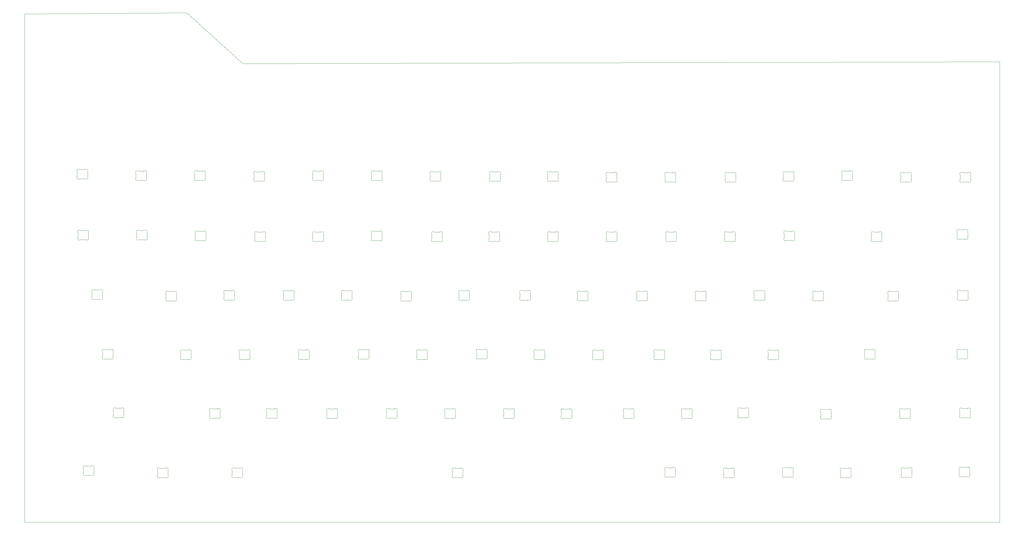
<source format=gbr>
%TF.GenerationSoftware,KiCad,Pcbnew,9.0.3*%
%TF.CreationDate,2025-12-04T16:15:47+02:00*%
%TF.ProjectId,MyCustom_75Keeb,4d794375-7374-46f6-9d5f-37354b656562,2.0.0*%
%TF.SameCoordinates,Original*%
%TF.FileFunction,Profile,NP*%
%FSLAX46Y46*%
G04 Gerber Fmt 4.6, Leading zero omitted, Abs format (unit mm)*
G04 Created by KiCad (PCBNEW 9.0.3) date 2025-12-04 16:15:47*
%MOMM*%
%LPD*%
G01*
G04 APERTURE LIST*
%TA.AperFunction,Profile*%
%ADD10C,0.050000*%
%TD*%
%TA.AperFunction,Profile*%
%ADD11C,0.100000*%
%TD*%
G04 APERTURE END LIST*
D10*
X90062446Y-6960029D02*
X335012446Y-6335029D01*
X335012446Y-155385029D01*
X19412446Y-155385029D01*
X19412446Y9111522D01*
X71962446Y9489971D01*
X90062446Y-6960029D01*
D11*
%TO.C,LED81*%
X157862447Y-140137872D02*
X157862447Y-138732188D01*
X158767994Y-137935030D02*
X160356898Y-137935030D01*
X160356898Y-140935029D02*
X158767993Y-140935029D01*
X161262445Y-138732188D02*
X161262445Y-140137872D01*
X157812962Y-138515310D02*
G75*
G02*
X157862447Y-138732188I-450505J-216876D01*
G01*
X157812962Y-138515311D02*
G75*
G02*
X158515735Y-137866731I450514J216880D01*
G01*
X157862447Y-140137873D02*
G75*
G02*
X157812962Y-140354750I-499990J-1D01*
G01*
X158515735Y-141003328D02*
G75*
G02*
X157812961Y-140354750I-252259J431700D01*
G01*
X158515735Y-141003328D02*
G75*
G02*
X158767993Y-140935029I252261J-431710D01*
G01*
X158767994Y-137935030D02*
G75*
G02*
X158515735Y-137866731I2J500009D01*
G01*
X160356899Y-140935030D02*
G75*
G02*
X160609157Y-141003329I-3J-500009D01*
G01*
X160609156Y-137866731D02*
G75*
G02*
X160356898Y-137935029I-252260J431712D01*
G01*
X160609157Y-137866733D02*
G75*
G02*
X161311926Y-138515308I252259J-431696D01*
G01*
X161262445Y-138732187D02*
G75*
G02*
X161311929Y-138515310I500361J-82D01*
G01*
X161311930Y-140354750D02*
G75*
G02*
X160609157Y-141003329I-450514J-216879D01*
G01*
X161311930Y-140354750D02*
G75*
G02*
X161262470Y-140137872I450516J216821D01*
G01*
%TO.C,LED30*%
X293437447Y-63687872D02*
X293437447Y-62282188D01*
X294342994Y-61485030D02*
X295931898Y-61485030D01*
X295931898Y-64485029D02*
X294342993Y-64485029D01*
X296837445Y-62282188D02*
X296837445Y-63687872D01*
X293387962Y-62065310D02*
G75*
G02*
X293437447Y-62282188I-450505J-216876D01*
G01*
X293387962Y-62065311D02*
G75*
G02*
X294090735Y-61416731I450514J216880D01*
G01*
X293437447Y-63687873D02*
G75*
G02*
X293387962Y-63904750I-499990J-1D01*
G01*
X294090735Y-64553328D02*
G75*
G02*
X293387961Y-63904750I-252259J431700D01*
G01*
X294090735Y-64553328D02*
G75*
G02*
X294342993Y-64485029I252261J-431710D01*
G01*
X294342994Y-61485030D02*
G75*
G02*
X294090735Y-61416731I2J500009D01*
G01*
X295931899Y-64485030D02*
G75*
G02*
X296184157Y-64553329I-3J-500009D01*
G01*
X296184156Y-61416731D02*
G75*
G02*
X295931898Y-61485029I-252260J431712D01*
G01*
X296184157Y-61416733D02*
G75*
G02*
X296886926Y-62065308I252259J-431696D01*
G01*
X296837445Y-62282187D02*
G75*
G02*
X296886929Y-62065310I500361J-82D01*
G01*
X296886930Y-63904750D02*
G75*
G02*
X296184157Y-64553329I-450514J-216879D01*
G01*
X296886930Y-63904750D02*
G75*
G02*
X296837470Y-63687872I450516J216821D01*
G01*
%TO.C,LED64*%
X97787447Y-120887872D02*
X97787447Y-119482188D01*
X98692994Y-118685030D02*
X100281898Y-118685030D01*
X100281898Y-121685029D02*
X98692993Y-121685029D01*
X101187445Y-119482188D02*
X101187445Y-120887872D01*
X97737962Y-119265310D02*
G75*
G02*
X97787447Y-119482188I-450505J-216876D01*
G01*
X97737962Y-119265311D02*
G75*
G02*
X98440735Y-118616731I450514J216880D01*
G01*
X97787447Y-120887873D02*
G75*
G02*
X97737962Y-121104750I-499990J-1D01*
G01*
X98440735Y-121753328D02*
G75*
G02*
X97737961Y-121104750I-252259J431700D01*
G01*
X98440735Y-121753328D02*
G75*
G02*
X98692993Y-121685029I252261J-431710D01*
G01*
X98692994Y-118685030D02*
G75*
G02*
X98440735Y-118616731I2J500009D01*
G01*
X100281899Y-121685030D02*
G75*
G02*
X100534157Y-121753329I-3J-500009D01*
G01*
X100534156Y-118616731D02*
G75*
G02*
X100281898Y-118685029I-252260J431712D01*
G01*
X100534157Y-118616733D02*
G75*
G02*
X101236926Y-119265308I252259J-431696D01*
G01*
X101187445Y-119482187D02*
G75*
G02*
X101236929Y-119265310I500361J-82D01*
G01*
X101236930Y-121104750D02*
G75*
G02*
X100534157Y-121753329I-450514J-216879D01*
G01*
X101236930Y-121104750D02*
G75*
G02*
X101187470Y-120887872I450516J216821D01*
G01*
%TO.C,LED1*%
X36462447Y-43437872D02*
X36462447Y-42032188D01*
X37367994Y-41235030D02*
X38956898Y-41235030D01*
X38956898Y-44235029D02*
X37367993Y-44235029D01*
X39862445Y-42032188D02*
X39862445Y-43437872D01*
X36412962Y-41815310D02*
G75*
G02*
X36462447Y-42032188I-450505J-216876D01*
G01*
X36412962Y-41815311D02*
G75*
G02*
X37115735Y-41166731I450514J216880D01*
G01*
X36462447Y-43437873D02*
G75*
G02*
X36412962Y-43654750I-499990J-1D01*
G01*
X37115735Y-44303328D02*
G75*
G02*
X36412961Y-43654750I-252259J431700D01*
G01*
X37115735Y-44303328D02*
G75*
G02*
X37367993Y-44235029I252261J-431710D01*
G01*
X37367994Y-41235030D02*
G75*
G02*
X37115735Y-41166731I2J500009D01*
G01*
X38956899Y-44235030D02*
G75*
G02*
X39209157Y-44303329I-3J-500009D01*
G01*
X39209156Y-41166731D02*
G75*
G02*
X38956898Y-41235029I-252260J431712D01*
G01*
X39209157Y-41166733D02*
G75*
G02*
X39911926Y-41815308I252259J-431696D01*
G01*
X39862445Y-42032187D02*
G75*
G02*
X39911929Y-41815310I500361J-82D01*
G01*
X39911930Y-43654750D02*
G75*
G02*
X39209157Y-44303329I-450514J-216879D01*
G01*
X39911930Y-43654750D02*
G75*
G02*
X39862470Y-43437872I450516J216821D01*
G01*
%TO.C,LED58*%
X241462447Y-101937872D02*
X241462447Y-100532188D01*
X242367994Y-99735030D02*
X243956898Y-99735030D01*
X243956898Y-102735029D02*
X242367993Y-102735029D01*
X244862445Y-100532188D02*
X244862445Y-101937872D01*
X241412962Y-100315310D02*
G75*
G02*
X241462447Y-100532188I-450505J-216876D01*
G01*
X241412962Y-100315311D02*
G75*
G02*
X242115735Y-99666731I450514J216880D01*
G01*
X241462447Y-101937873D02*
G75*
G02*
X241412962Y-102154750I-499990J-1D01*
G01*
X242115735Y-102803328D02*
G75*
G02*
X241412961Y-102154750I-252259J431700D01*
G01*
X242115735Y-102803328D02*
G75*
G02*
X242367993Y-102735029I252261J-431710D01*
G01*
X242367994Y-99735030D02*
G75*
G02*
X242115735Y-99666731I2J500009D01*
G01*
X243956899Y-102735030D02*
G75*
G02*
X244209157Y-102803329I-3J-500009D01*
G01*
X244209156Y-99666731D02*
G75*
G02*
X243956898Y-99735029I-252260J431712D01*
G01*
X244209157Y-99666733D02*
G75*
G02*
X244911926Y-100315308I252259J-431696D01*
G01*
X244862445Y-100532187D02*
G75*
G02*
X244911929Y-100315310I500361J-82D01*
G01*
X244911930Y-102154750D02*
G75*
G02*
X244209157Y-102803329I-450514J-216879D01*
G01*
X244911930Y-102154750D02*
G75*
G02*
X244862470Y-101937872I450516J216821D01*
G01*
%TO.C,LED17*%
X36687447Y-63187872D02*
X36687447Y-61782188D01*
X37592994Y-60985030D02*
X39181898Y-60985030D01*
X39181898Y-63985029D02*
X37592993Y-63985029D01*
X40087445Y-61782188D02*
X40087445Y-63187872D01*
X36637962Y-61565310D02*
G75*
G02*
X36687447Y-61782188I-450505J-216876D01*
G01*
X36637962Y-61565311D02*
G75*
G02*
X37340735Y-60916731I450514J216880D01*
G01*
X36687447Y-63187873D02*
G75*
G02*
X36637962Y-63404750I-499990J-1D01*
G01*
X37340735Y-64053328D02*
G75*
G02*
X36637961Y-63404750I-252259J431700D01*
G01*
X37340735Y-64053328D02*
G75*
G02*
X37592993Y-63985029I252261J-431710D01*
G01*
X37592994Y-60985030D02*
G75*
G02*
X37340735Y-60916731I2J500009D01*
G01*
X39181899Y-63985030D02*
G75*
G02*
X39434157Y-64053329I-3J-500009D01*
G01*
X39434156Y-60916731D02*
G75*
G02*
X39181898Y-60985029I-252260J431712D01*
G01*
X39434157Y-60916733D02*
G75*
G02*
X40136926Y-61565308I252259J-431696D01*
G01*
X40087445Y-61782187D02*
G75*
G02*
X40136929Y-61565310I500361J-82D01*
G01*
X40136930Y-63404750D02*
G75*
G02*
X39434157Y-64053329I-450514J-216879D01*
G01*
X40136930Y-63404750D02*
G75*
G02*
X40087470Y-63187872I450516J216821D01*
G01*
%TO.C,LED39*%
X179712447Y-82687872D02*
X179712447Y-81282188D01*
X180617994Y-80485030D02*
X182206898Y-80485030D01*
X182206898Y-83485029D02*
X180617993Y-83485029D01*
X183112445Y-81282188D02*
X183112445Y-82687872D01*
X179662962Y-81065310D02*
G75*
G02*
X179712447Y-81282188I-450505J-216876D01*
G01*
X179662962Y-81065311D02*
G75*
G02*
X180365735Y-80416731I450514J216880D01*
G01*
X179712447Y-82687873D02*
G75*
G02*
X179662962Y-82904750I-499990J-1D01*
G01*
X180365735Y-83553328D02*
G75*
G02*
X179662961Y-82904750I-252259J431700D01*
G01*
X180365735Y-83553328D02*
G75*
G02*
X180617993Y-83485029I252261J-431710D01*
G01*
X180617994Y-80485030D02*
G75*
G02*
X180365735Y-80416731I2J500009D01*
G01*
X182206899Y-83485030D02*
G75*
G02*
X182459157Y-83553329I-3J-500009D01*
G01*
X182459156Y-80416731D02*
G75*
G02*
X182206898Y-80485029I-252260J431712D01*
G01*
X182459157Y-80416733D02*
G75*
G02*
X183161926Y-81065308I252259J-431696D01*
G01*
X183112445Y-81282187D02*
G75*
G02*
X183161929Y-81065310I500361J-82D01*
G01*
X183161930Y-82904750D02*
G75*
G02*
X182459157Y-83553329I-450514J-216879D01*
G01*
X183161930Y-82904750D02*
G75*
G02*
X183112470Y-82687872I450516J216821D01*
G01*
%TO.C,LED36*%
X121987447Y-82687872D02*
X121987447Y-81282188D01*
X122892994Y-80485030D02*
X124481898Y-80485030D01*
X124481898Y-83485029D02*
X122892993Y-83485029D01*
X125387445Y-81282188D02*
X125387445Y-82687872D01*
X121937962Y-81065310D02*
G75*
G02*
X121987447Y-81282188I-450505J-216876D01*
G01*
X121937962Y-81065311D02*
G75*
G02*
X122640735Y-80416731I450514J216880D01*
G01*
X121987447Y-82687873D02*
G75*
G02*
X121937962Y-82904750I-499990J-1D01*
G01*
X122640735Y-83553328D02*
G75*
G02*
X121937961Y-82904750I-252259J431700D01*
G01*
X122640735Y-83553328D02*
G75*
G02*
X122892993Y-83485029I252261J-431710D01*
G01*
X122892994Y-80485030D02*
G75*
G02*
X122640735Y-80416731I2J500009D01*
G01*
X124481899Y-83485030D02*
G75*
G02*
X124734157Y-83553329I-3J-500009D01*
G01*
X124734156Y-80416731D02*
G75*
G02*
X124481898Y-80485029I-252260J431712D01*
G01*
X124734157Y-80416733D02*
G75*
G02*
X125436926Y-81065308I252259J-431696D01*
G01*
X125387445Y-81282187D02*
G75*
G02*
X125436929Y-81065310I500361J-82D01*
G01*
X125436930Y-82904750D02*
G75*
G02*
X124734157Y-83553329I-450514J-216879D01*
G01*
X125436930Y-82904750D02*
G75*
G02*
X125387470Y-82687872I450516J216821D01*
G01*
%TO.C,LED47*%
X44662447Y-101737872D02*
X44662447Y-100332188D01*
X45567994Y-99535030D02*
X47156898Y-99535030D01*
X47156898Y-102535029D02*
X45567993Y-102535029D01*
X48062445Y-100332188D02*
X48062445Y-101737872D01*
X44612962Y-100115310D02*
G75*
G02*
X44662447Y-100332188I-450505J-216876D01*
G01*
X44612962Y-100115311D02*
G75*
G02*
X45315735Y-99466731I450514J216880D01*
G01*
X44662447Y-101737873D02*
G75*
G02*
X44612962Y-101954750I-499990J-1D01*
G01*
X45315735Y-102603328D02*
G75*
G02*
X44612961Y-101954750I-252259J431700D01*
G01*
X45315735Y-102603328D02*
G75*
G02*
X45567993Y-102535029I252261J-431710D01*
G01*
X45567994Y-99535030D02*
G75*
G02*
X45315735Y-99466731I2J500009D01*
G01*
X47156899Y-102535030D02*
G75*
G02*
X47409157Y-102603329I-3J-500009D01*
G01*
X47409156Y-99466731D02*
G75*
G02*
X47156898Y-99535029I-252260J431712D01*
G01*
X47409157Y-99466733D02*
G75*
G02*
X48111926Y-100115308I252259J-431696D01*
G01*
X48062445Y-100332187D02*
G75*
G02*
X48111929Y-100115310I500361J-82D01*
G01*
X48111930Y-101954750D02*
G75*
G02*
X47409157Y-102603329I-450514J-216879D01*
G01*
X48111930Y-101954750D02*
G75*
G02*
X48062470Y-101737872I450516J216821D01*
G01*
%TO.C,LED24*%
X169712447Y-63687872D02*
X169712447Y-62282188D01*
X170617994Y-61485030D02*
X172206898Y-61485030D01*
X172206898Y-64485029D02*
X170617993Y-64485029D01*
X173112445Y-62282188D02*
X173112445Y-63687872D01*
X169662962Y-62065310D02*
G75*
G02*
X169712447Y-62282188I-450505J-216876D01*
G01*
X169662962Y-62065311D02*
G75*
G02*
X170365735Y-61416731I450514J216880D01*
G01*
X169712447Y-63687873D02*
G75*
G02*
X169662962Y-63904750I-499990J-1D01*
G01*
X170365735Y-64553328D02*
G75*
G02*
X169662961Y-63904750I-252259J431700D01*
G01*
X170365735Y-64553328D02*
G75*
G02*
X170617993Y-64485029I252261J-431710D01*
G01*
X170617994Y-61485030D02*
G75*
G02*
X170365735Y-61416731I2J500009D01*
G01*
X172206899Y-64485030D02*
G75*
G02*
X172459157Y-64553329I-3J-500009D01*
G01*
X172459156Y-61416731D02*
G75*
G02*
X172206898Y-61485029I-252260J431712D01*
G01*
X172459157Y-61416733D02*
G75*
G02*
X173161926Y-62065308I252259J-431696D01*
G01*
X173112445Y-62282187D02*
G75*
G02*
X173161929Y-62065310I500361J-82D01*
G01*
X173161930Y-63904750D02*
G75*
G02*
X172459157Y-64553329I-450514J-216879D01*
G01*
X173161930Y-63904750D02*
G75*
G02*
X173112470Y-63687872I450516J216821D01*
G01*
%TO.C,LED80*%
X86587447Y-140087872D02*
X86587447Y-138682188D01*
X87492994Y-137885030D02*
X89081898Y-137885030D01*
X89081898Y-140885029D02*
X87492993Y-140885029D01*
X89987445Y-138682188D02*
X89987445Y-140087872D01*
X86537962Y-138465310D02*
G75*
G02*
X86587447Y-138682188I-450505J-216876D01*
G01*
X86537962Y-138465311D02*
G75*
G02*
X87240735Y-137816731I450514J216880D01*
G01*
X86587447Y-140087873D02*
G75*
G02*
X86537962Y-140304750I-499990J-1D01*
G01*
X87240735Y-140953328D02*
G75*
G02*
X86537961Y-140304750I-252259J431700D01*
G01*
X87240735Y-140953328D02*
G75*
G02*
X87492993Y-140885029I252261J-431710D01*
G01*
X87492994Y-137885030D02*
G75*
G02*
X87240735Y-137816731I2J500009D01*
G01*
X89081899Y-140885030D02*
G75*
G02*
X89334157Y-140953329I-3J-500009D01*
G01*
X89334156Y-137816731D02*
G75*
G02*
X89081898Y-137885029I-252260J431712D01*
G01*
X89334157Y-137816733D02*
G75*
G02*
X90036926Y-138465308I252259J-431696D01*
G01*
X89987445Y-138682187D02*
G75*
G02*
X90036929Y-138465310I500361J-82D01*
G01*
X90036930Y-140304750D02*
G75*
G02*
X89334157Y-140953329I-450514J-216879D01*
G01*
X90036930Y-140304750D02*
G75*
G02*
X89987470Y-140087872I450516J216821D01*
G01*
%TO.C,LED20*%
X93962447Y-63687872D02*
X93962447Y-62282188D01*
X94867994Y-61485030D02*
X96456898Y-61485030D01*
X96456898Y-64485029D02*
X94867993Y-64485029D01*
X97362445Y-62282188D02*
X97362445Y-63687872D01*
X93912962Y-62065310D02*
G75*
G02*
X93962447Y-62282188I-450505J-216876D01*
G01*
X93912962Y-62065311D02*
G75*
G02*
X94615735Y-61416731I450514J216880D01*
G01*
X93962447Y-63687873D02*
G75*
G02*
X93912962Y-63904750I-499990J-1D01*
G01*
X94615735Y-64553328D02*
G75*
G02*
X93912961Y-63904750I-252259J431700D01*
G01*
X94615735Y-64553328D02*
G75*
G02*
X94867993Y-64485029I252261J-431710D01*
G01*
X94867994Y-61485030D02*
G75*
G02*
X94615735Y-61416731I2J500009D01*
G01*
X96456899Y-64485030D02*
G75*
G02*
X96709157Y-64553329I-3J-500009D01*
G01*
X96709156Y-61416731D02*
G75*
G02*
X96456898Y-61485029I-252260J431712D01*
G01*
X96709157Y-61416733D02*
G75*
G02*
X97411926Y-62065308I252259J-431696D01*
G01*
X97362445Y-62282187D02*
G75*
G02*
X97411929Y-62065310I500361J-82D01*
G01*
X97411930Y-63904750D02*
G75*
G02*
X96709157Y-64553329I-450514J-216879D01*
G01*
X97411930Y-63904750D02*
G75*
G02*
X97362470Y-63687872I450516J216821D01*
G01*
%TO.C,LED31*%
X321237447Y-62937872D02*
X321237447Y-61532188D01*
X322142994Y-60735030D02*
X323731898Y-60735030D01*
X323731898Y-63735029D02*
X322142993Y-63735029D01*
X324637445Y-61532188D02*
X324637445Y-62937872D01*
X321187962Y-61315310D02*
G75*
G02*
X321237447Y-61532188I-450505J-216876D01*
G01*
X321187962Y-61315311D02*
G75*
G02*
X321890735Y-60666731I450514J216880D01*
G01*
X321237447Y-62937873D02*
G75*
G02*
X321187962Y-63154750I-499990J-1D01*
G01*
X321890735Y-63803328D02*
G75*
G02*
X321187961Y-63154750I-252259J431700D01*
G01*
X321890735Y-63803328D02*
G75*
G02*
X322142993Y-63735029I252261J-431710D01*
G01*
X322142994Y-60735030D02*
G75*
G02*
X321890735Y-60666731I2J500009D01*
G01*
X323731899Y-63735030D02*
G75*
G02*
X323984157Y-63803329I-3J-500009D01*
G01*
X323984156Y-60666731D02*
G75*
G02*
X323731898Y-60735029I-252260J431712D01*
G01*
X323984157Y-60666733D02*
G75*
G02*
X324686926Y-61315308I252259J-431696D01*
G01*
X324637445Y-61532187D02*
G75*
G02*
X324686929Y-61315310I500361J-82D01*
G01*
X324686930Y-63154750D02*
G75*
G02*
X323984157Y-63803329I-450514J-216879D01*
G01*
X324686930Y-63154750D02*
G75*
G02*
X324637470Y-62937872I450516J216821D01*
G01*
%TO.C,LED68*%
X155462447Y-120937872D02*
X155462447Y-119532188D01*
X156367994Y-118735030D02*
X157956898Y-118735030D01*
X157956898Y-121735029D02*
X156367993Y-121735029D01*
X158862445Y-119532188D02*
X158862445Y-120937872D01*
X155412962Y-119315310D02*
G75*
G02*
X155462447Y-119532188I-450505J-216876D01*
G01*
X155412962Y-119315311D02*
G75*
G02*
X156115735Y-118666731I450514J216880D01*
G01*
X155462447Y-120937873D02*
G75*
G02*
X155412962Y-121154750I-499990J-1D01*
G01*
X156115735Y-121803328D02*
G75*
G02*
X155412961Y-121154750I-252259J431700D01*
G01*
X156115735Y-121803328D02*
G75*
G02*
X156367993Y-121735029I252261J-431710D01*
G01*
X156367994Y-118735030D02*
G75*
G02*
X156115735Y-118666731I2J500009D01*
G01*
X157956899Y-121735030D02*
G75*
G02*
X158209157Y-121803329I-3J-500009D01*
G01*
X158209156Y-118666731D02*
G75*
G02*
X157956898Y-118735029I-252260J431712D01*
G01*
X158209157Y-118666733D02*
G75*
G02*
X158911926Y-119315308I252259J-431696D01*
G01*
X158862445Y-119532187D02*
G75*
G02*
X158911929Y-119315310I500361J-82D01*
G01*
X158911930Y-121154750D02*
G75*
G02*
X158209157Y-121803329I-450514J-216879D01*
G01*
X158911930Y-121154750D02*
G75*
G02*
X158862470Y-120937872I450516J216821D01*
G01*
%TO.C,LED23*%
X151212447Y-63687872D02*
X151212447Y-62282188D01*
X152117994Y-61485030D02*
X153706898Y-61485030D01*
X153706898Y-64485029D02*
X152117993Y-64485029D01*
X154612445Y-62282188D02*
X154612445Y-63687872D01*
X151162962Y-62065310D02*
G75*
G02*
X151212447Y-62282188I-450505J-216876D01*
G01*
X151162962Y-62065311D02*
G75*
G02*
X151865735Y-61416731I450514J216880D01*
G01*
X151212447Y-63687873D02*
G75*
G02*
X151162962Y-63904750I-499990J-1D01*
G01*
X151865735Y-64553328D02*
G75*
G02*
X151162961Y-63904750I-252259J431700D01*
G01*
X151865735Y-64553328D02*
G75*
G02*
X152117993Y-64485029I252261J-431710D01*
G01*
X152117994Y-61485030D02*
G75*
G02*
X151865735Y-61416731I2J500009D01*
G01*
X153706899Y-64485030D02*
G75*
G02*
X153959157Y-64553329I-3J-500009D01*
G01*
X153959156Y-61416731D02*
G75*
G02*
X153706898Y-61485029I-252260J431712D01*
G01*
X153959157Y-61416733D02*
G75*
G02*
X154661926Y-62065308I252259J-431696D01*
G01*
X154612445Y-62282187D02*
G75*
G02*
X154661929Y-62065310I500361J-82D01*
G01*
X154661930Y-63904750D02*
G75*
G02*
X153959157Y-64553329I-450514J-216879D01*
G01*
X154661930Y-63904750D02*
G75*
G02*
X154612470Y-63687872I450516J216821D01*
G01*
%TO.C,LED7*%
X150712447Y-44187872D02*
X150712447Y-42782188D01*
X151617994Y-41985030D02*
X153206898Y-41985030D01*
X153206898Y-44985029D02*
X151617993Y-44985029D01*
X154112445Y-42782188D02*
X154112445Y-44187872D01*
X150662962Y-42565310D02*
G75*
G02*
X150712447Y-42782188I-450505J-216876D01*
G01*
X150662962Y-42565311D02*
G75*
G02*
X151365735Y-41916731I450514J216880D01*
G01*
X150712447Y-44187873D02*
G75*
G02*
X150662962Y-44404750I-499990J-1D01*
G01*
X151365735Y-45053328D02*
G75*
G02*
X150662961Y-44404750I-252259J431700D01*
G01*
X151365735Y-45053328D02*
G75*
G02*
X151617993Y-44985029I252261J-431710D01*
G01*
X151617994Y-41985030D02*
G75*
G02*
X151365735Y-41916731I2J500009D01*
G01*
X153206899Y-44985030D02*
G75*
G02*
X153459157Y-45053329I-3J-500009D01*
G01*
X153459156Y-41916731D02*
G75*
G02*
X153206898Y-41985029I-252260J431712D01*
G01*
X153459157Y-41916733D02*
G75*
G02*
X154161926Y-42565308I252259J-431696D01*
G01*
X154112445Y-42782187D02*
G75*
G02*
X154161929Y-42565310I500361J-82D01*
G01*
X154161930Y-44404750D02*
G75*
G02*
X153459157Y-45053329I-450514J-216879D01*
G01*
X154161930Y-44404750D02*
G75*
G02*
X154112470Y-44187872I450516J216821D01*
G01*
%TO.C,LED63*%
X79337447Y-120887872D02*
X79337447Y-119482188D01*
X80242994Y-118685030D02*
X81831898Y-118685030D01*
X81831898Y-121685029D02*
X80242993Y-121685029D01*
X82737445Y-119482188D02*
X82737445Y-120887872D01*
X79287962Y-119265310D02*
G75*
G02*
X79337447Y-119482188I-450505J-216876D01*
G01*
X79287962Y-119265311D02*
G75*
G02*
X79990735Y-118616731I450514J216880D01*
G01*
X79337447Y-120887873D02*
G75*
G02*
X79287962Y-121104750I-499990J-1D01*
G01*
X79990735Y-121753328D02*
G75*
G02*
X79287961Y-121104750I-252259J431700D01*
G01*
X79990735Y-121753328D02*
G75*
G02*
X80242993Y-121685029I252261J-431710D01*
G01*
X80242994Y-118685030D02*
G75*
G02*
X79990735Y-118616731I2J500009D01*
G01*
X81831899Y-121685030D02*
G75*
G02*
X82084157Y-121753329I-3J-500009D01*
G01*
X82084156Y-118616731D02*
G75*
G02*
X81831898Y-118685029I-252260J431712D01*
G01*
X82084157Y-118616733D02*
G75*
G02*
X82786926Y-119265308I252259J-431696D01*
G01*
X82737445Y-119482187D02*
G75*
G02*
X82786929Y-119265310I500361J-82D01*
G01*
X82786930Y-121104750D02*
G75*
G02*
X82084157Y-121753329I-450514J-216879D01*
G01*
X82786930Y-121104750D02*
G75*
G02*
X82737470Y-120887872I450516J216821D01*
G01*
%TO.C,LED2*%
X55462447Y-43937872D02*
X55462447Y-42532188D01*
X56367994Y-41735030D02*
X57956898Y-41735030D01*
X57956898Y-44735029D02*
X56367993Y-44735029D01*
X58862445Y-42532188D02*
X58862445Y-43937872D01*
X55412962Y-42315310D02*
G75*
G02*
X55462447Y-42532188I-450505J-216876D01*
G01*
X55412962Y-42315311D02*
G75*
G02*
X56115735Y-41666731I450514J216880D01*
G01*
X55462447Y-43937873D02*
G75*
G02*
X55412962Y-44154750I-499990J-1D01*
G01*
X56115735Y-44803328D02*
G75*
G02*
X55412961Y-44154750I-252259J431700D01*
G01*
X56115735Y-44803328D02*
G75*
G02*
X56367993Y-44735029I252261J-431710D01*
G01*
X56367994Y-41735030D02*
G75*
G02*
X56115735Y-41666731I2J500009D01*
G01*
X57956899Y-44735030D02*
G75*
G02*
X58209157Y-44803329I-3J-500009D01*
G01*
X58209156Y-41666731D02*
G75*
G02*
X57956898Y-41735029I-252260J431712D01*
G01*
X58209157Y-41666733D02*
G75*
G02*
X58911926Y-42315308I252259J-431696D01*
G01*
X58862445Y-42532187D02*
G75*
G02*
X58911929Y-42315310I500361J-82D01*
G01*
X58911930Y-44154750D02*
G75*
G02*
X58209157Y-44803329I-450514J-216879D01*
G01*
X58911930Y-44154750D02*
G75*
G02*
X58862470Y-43937872I450516J216821D01*
G01*
%TO.C,LED70*%
X193137447Y-120987872D02*
X193137447Y-119582188D01*
X194042994Y-118785030D02*
X195631898Y-118785030D01*
X195631898Y-121785029D02*
X194042993Y-121785029D01*
X196537445Y-119582188D02*
X196537445Y-120987872D01*
X193087962Y-119365310D02*
G75*
G02*
X193137447Y-119582188I-450505J-216876D01*
G01*
X193087962Y-119365311D02*
G75*
G02*
X193790735Y-118716731I450514J216880D01*
G01*
X193137447Y-120987873D02*
G75*
G02*
X193087962Y-121204750I-499990J-1D01*
G01*
X193790735Y-121853328D02*
G75*
G02*
X193087961Y-121204750I-252259J431700D01*
G01*
X193790735Y-121853328D02*
G75*
G02*
X194042993Y-121785029I252261J-431710D01*
G01*
X194042994Y-118785030D02*
G75*
G02*
X193790735Y-118716731I2J500009D01*
G01*
X195631899Y-121785030D02*
G75*
G02*
X195884157Y-121853329I-3J-500009D01*
G01*
X195884156Y-118716731D02*
G75*
G02*
X195631898Y-118785029I-252260J431712D01*
G01*
X195884157Y-118716733D02*
G75*
G02*
X196586926Y-119365308I252259J-431696D01*
G01*
X196537445Y-119582187D02*
G75*
G02*
X196586929Y-119365310I500361J-82D01*
G01*
X196586930Y-121204750D02*
G75*
G02*
X195884157Y-121853329I-450514J-216879D01*
G01*
X196586930Y-121204750D02*
G75*
G02*
X196537470Y-120987872I450516J216821D01*
G01*
%TO.C,LED26*%
X207712447Y-63687872D02*
X207712447Y-62282188D01*
X208617994Y-61485030D02*
X210206898Y-61485030D01*
X210206898Y-64485029D02*
X208617993Y-64485029D01*
X211112445Y-62282188D02*
X211112445Y-63687872D01*
X207662962Y-62065310D02*
G75*
G02*
X207712447Y-62282188I-450505J-216876D01*
G01*
X207662962Y-62065311D02*
G75*
G02*
X208365735Y-61416731I450514J216880D01*
G01*
X207712447Y-63687873D02*
G75*
G02*
X207662962Y-63904750I-499990J-1D01*
G01*
X208365735Y-64553328D02*
G75*
G02*
X207662961Y-63904750I-252259J431700D01*
G01*
X208365735Y-64553328D02*
G75*
G02*
X208617993Y-64485029I252261J-431710D01*
G01*
X208617994Y-61485030D02*
G75*
G02*
X208365735Y-61416731I2J500009D01*
G01*
X210206899Y-64485030D02*
G75*
G02*
X210459157Y-64553329I-3J-500009D01*
G01*
X210459156Y-61416731D02*
G75*
G02*
X210206898Y-61485029I-252260J431712D01*
G01*
X210459157Y-61416733D02*
G75*
G02*
X211161926Y-62065308I252259J-431696D01*
G01*
X211112445Y-62282187D02*
G75*
G02*
X211161929Y-62065310I500361J-82D01*
G01*
X211161930Y-63904750D02*
G75*
G02*
X210459157Y-64553329I-450514J-216879D01*
G01*
X211161930Y-63904750D02*
G75*
G02*
X211112470Y-63687872I450516J216821D01*
G01*
%TO.C,LED73*%
X250337447Y-120687872D02*
X250337447Y-119282188D01*
X251242994Y-118485030D02*
X252831898Y-118485030D01*
X252831898Y-121485029D02*
X251242993Y-121485029D01*
X253737445Y-119282188D02*
X253737445Y-120687872D01*
X250287962Y-119065310D02*
G75*
G02*
X250337447Y-119282188I-450505J-216876D01*
G01*
X250287962Y-119065311D02*
G75*
G02*
X250990735Y-118416731I450514J216880D01*
G01*
X250337447Y-120687873D02*
G75*
G02*
X250287962Y-120904750I-499990J-1D01*
G01*
X250990735Y-121553328D02*
G75*
G02*
X250287961Y-120904750I-252259J431700D01*
G01*
X250990735Y-121553328D02*
G75*
G02*
X251242993Y-121485029I252261J-431710D01*
G01*
X251242994Y-118485030D02*
G75*
G02*
X250990735Y-118416731I2J500009D01*
G01*
X252831899Y-121485030D02*
G75*
G02*
X253084157Y-121553329I-3J-500009D01*
G01*
X253084156Y-118416731D02*
G75*
G02*
X252831898Y-118485029I-252260J431712D01*
G01*
X253084157Y-118416733D02*
G75*
G02*
X253786926Y-119065308I252259J-431696D01*
G01*
X253737445Y-119282187D02*
G75*
G02*
X253786929Y-119065310I500361J-82D01*
G01*
X253786930Y-120904750D02*
G75*
G02*
X253084157Y-121553329I-450514J-216879D01*
G01*
X253786930Y-120904750D02*
G75*
G02*
X253737470Y-120687872I450516J216821D01*
G01*
%TO.C,LED5*%
X112687447Y-43937872D02*
X112687447Y-42532188D01*
X113592994Y-41735030D02*
X115181898Y-41735030D01*
X115181898Y-44735029D02*
X113592993Y-44735029D01*
X116087445Y-42532188D02*
X116087445Y-43937872D01*
X112637962Y-42315310D02*
G75*
G02*
X112687447Y-42532188I-450505J-216876D01*
G01*
X112637962Y-42315311D02*
G75*
G02*
X113340735Y-41666731I450514J216880D01*
G01*
X112687447Y-43937873D02*
G75*
G02*
X112637962Y-44154750I-499990J-1D01*
G01*
X113340735Y-44803328D02*
G75*
G02*
X112637961Y-44154750I-252259J431700D01*
G01*
X113340735Y-44803328D02*
G75*
G02*
X113592993Y-44735029I252261J-431710D01*
G01*
X113592994Y-41735030D02*
G75*
G02*
X113340735Y-41666731I2J500009D01*
G01*
X115181899Y-44735030D02*
G75*
G02*
X115434157Y-44803329I-3J-500009D01*
G01*
X115434156Y-41666731D02*
G75*
G02*
X115181898Y-41735029I-252260J431712D01*
G01*
X115434157Y-41666733D02*
G75*
G02*
X116136926Y-42315308I252259J-431696D01*
G01*
X116087445Y-42532187D02*
G75*
G02*
X116136929Y-42315310I500361J-82D01*
G01*
X116136930Y-44154750D02*
G75*
G02*
X115434157Y-44803329I-450514J-216879D01*
G01*
X116136930Y-44154750D02*
G75*
G02*
X116087470Y-43937872I450516J216821D01*
G01*
%TO.C,LED67*%
X136587447Y-120887872D02*
X136587447Y-119482188D01*
X137492994Y-118685030D02*
X139081898Y-118685030D01*
X139081898Y-121685029D02*
X137492993Y-121685029D01*
X139987445Y-119482188D02*
X139987445Y-120887872D01*
X136537962Y-119265310D02*
G75*
G02*
X136587447Y-119482188I-450505J-216876D01*
G01*
X136537962Y-119265311D02*
G75*
G02*
X137240735Y-118616731I450514J216880D01*
G01*
X136587447Y-120887873D02*
G75*
G02*
X136537962Y-121104750I-499990J-1D01*
G01*
X137240735Y-121753328D02*
G75*
G02*
X136537961Y-121104750I-252259J431700D01*
G01*
X137240735Y-121753328D02*
G75*
G02*
X137492993Y-121685029I252261J-431710D01*
G01*
X137492994Y-118685030D02*
G75*
G02*
X137240735Y-118616731I2J500009D01*
G01*
X139081899Y-121685030D02*
G75*
G02*
X139334157Y-121753329I-3J-500009D01*
G01*
X139334156Y-118616731D02*
G75*
G02*
X139081898Y-118685029I-252260J431712D01*
G01*
X139334157Y-118616733D02*
G75*
G02*
X140036926Y-119265308I252259J-431696D01*
G01*
X139987445Y-119482187D02*
G75*
G02*
X140036929Y-119265310I500361J-82D01*
G01*
X140036930Y-121104750D02*
G75*
G02*
X139334157Y-121753329I-450514J-216879D01*
G01*
X140036930Y-121104750D02*
G75*
G02*
X139987470Y-120887872I450516J216821D01*
G01*
%TO.C,LED3*%
X74462447Y-43937872D02*
X74462447Y-42532188D01*
X75367994Y-41735030D02*
X76956898Y-41735030D01*
X76956898Y-44735029D02*
X75367993Y-44735029D01*
X77862445Y-42532188D02*
X77862445Y-43937872D01*
X74412962Y-42315310D02*
G75*
G02*
X74462447Y-42532188I-450505J-216876D01*
G01*
X74412962Y-42315311D02*
G75*
G02*
X75115735Y-41666731I450514J216880D01*
G01*
X74462447Y-43937873D02*
G75*
G02*
X74412962Y-44154750I-499990J-1D01*
G01*
X75115735Y-44803328D02*
G75*
G02*
X74412961Y-44154750I-252259J431700D01*
G01*
X75115735Y-44803328D02*
G75*
G02*
X75367993Y-44735029I252261J-431710D01*
G01*
X75367994Y-41735030D02*
G75*
G02*
X75115735Y-41666731I2J500009D01*
G01*
X76956899Y-44735030D02*
G75*
G02*
X77209157Y-44803329I-3J-500009D01*
G01*
X77209156Y-41666731D02*
G75*
G02*
X76956898Y-41735029I-252260J431712D01*
G01*
X77209157Y-41666733D02*
G75*
G02*
X77911926Y-42315308I252259J-431696D01*
G01*
X77862445Y-42532187D02*
G75*
G02*
X77911929Y-42315310I500361J-82D01*
G01*
X77911930Y-44154750D02*
G75*
G02*
X77209157Y-44803329I-450514J-216879D01*
G01*
X77911930Y-44154750D02*
G75*
G02*
X77862470Y-43937872I450516J216821D01*
G01*
%TO.C,LED85*%
X283462447Y-140137872D02*
X283462447Y-138732188D01*
X284367994Y-137935030D02*
X285956898Y-137935030D01*
X285956898Y-140935029D02*
X284367993Y-140935029D01*
X286862445Y-138732188D02*
X286862445Y-140137872D01*
X283412962Y-138515310D02*
G75*
G02*
X283462447Y-138732188I-450505J-216876D01*
G01*
X283412962Y-138515311D02*
G75*
G02*
X284115735Y-137866731I450514J216880D01*
G01*
X283462447Y-140137873D02*
G75*
G02*
X283412962Y-140354750I-499990J-1D01*
G01*
X284115735Y-141003328D02*
G75*
G02*
X283412961Y-140354750I-252259J431700D01*
G01*
X284115735Y-141003328D02*
G75*
G02*
X284367993Y-140935029I252261J-431710D01*
G01*
X284367994Y-137935030D02*
G75*
G02*
X284115735Y-137866731I2J500009D01*
G01*
X285956899Y-140935030D02*
G75*
G02*
X286209157Y-141003329I-3J-500009D01*
G01*
X286209156Y-137866731D02*
G75*
G02*
X285956898Y-137935029I-252260J431712D01*
G01*
X286209157Y-137866733D02*
G75*
G02*
X286911926Y-138515308I252259J-431696D01*
G01*
X286862445Y-138732187D02*
G75*
G02*
X286911929Y-138515310I500361J-82D01*
G01*
X286911930Y-140354750D02*
G75*
G02*
X286209157Y-141003329I-450514J-216879D01*
G01*
X286911930Y-140354750D02*
G75*
G02*
X286862470Y-140137872I450516J216821D01*
G01*
%TO.C,LED25*%
X188712447Y-63687872D02*
X188712447Y-62282188D01*
X189617994Y-61485030D02*
X191206898Y-61485030D01*
X191206898Y-64485029D02*
X189617993Y-64485029D01*
X192112445Y-62282188D02*
X192112445Y-63687872D01*
X188662962Y-62065310D02*
G75*
G02*
X188712447Y-62282188I-450505J-216876D01*
G01*
X188662962Y-62065311D02*
G75*
G02*
X189365735Y-61416731I450514J216880D01*
G01*
X188712447Y-63687873D02*
G75*
G02*
X188662962Y-63904750I-499990J-1D01*
G01*
X189365735Y-64553328D02*
G75*
G02*
X188662961Y-63904750I-252259J431700D01*
G01*
X189365735Y-64553328D02*
G75*
G02*
X189617993Y-64485029I252261J-431710D01*
G01*
X189617994Y-61485030D02*
G75*
G02*
X189365735Y-61416731I2J500009D01*
G01*
X191206899Y-64485030D02*
G75*
G02*
X191459157Y-64553329I-3J-500009D01*
G01*
X191459156Y-61416731D02*
G75*
G02*
X191206898Y-61485029I-252260J431712D01*
G01*
X191459157Y-61416733D02*
G75*
G02*
X192161926Y-62065308I252259J-431696D01*
G01*
X192112445Y-62282187D02*
G75*
G02*
X192161929Y-62065310I500361J-82D01*
G01*
X192161930Y-63904750D02*
G75*
G02*
X191459157Y-64553329I-450514J-216879D01*
G01*
X192161930Y-63904750D02*
G75*
G02*
X192112470Y-63687872I450516J216821D01*
G01*
%TO.C,LED62*%
X48137447Y-120687872D02*
X48137447Y-119282188D01*
X49042994Y-118485030D02*
X50631898Y-118485030D01*
X50631898Y-121485029D02*
X49042993Y-121485029D01*
X51537445Y-119282188D02*
X51537445Y-120687872D01*
X48087962Y-119065310D02*
G75*
G02*
X48137447Y-119282188I-450505J-216876D01*
G01*
X48087962Y-119065311D02*
G75*
G02*
X48790735Y-118416731I450514J216880D01*
G01*
X48137447Y-120687873D02*
G75*
G02*
X48087962Y-120904750I-499990J-1D01*
G01*
X48790735Y-121553328D02*
G75*
G02*
X48087961Y-120904750I-252259J431700D01*
G01*
X48790735Y-121553328D02*
G75*
G02*
X49042993Y-121485029I252261J-431710D01*
G01*
X49042994Y-118485030D02*
G75*
G02*
X48790735Y-118416731I2J500009D01*
G01*
X50631899Y-121485030D02*
G75*
G02*
X50884157Y-121553329I-3J-500009D01*
G01*
X50884156Y-118416731D02*
G75*
G02*
X50631898Y-118485029I-252260J431712D01*
G01*
X50884157Y-118416733D02*
G75*
G02*
X51586926Y-119065308I252259J-431696D01*
G01*
X51537445Y-119282187D02*
G75*
G02*
X51586929Y-119065310I500361J-82D01*
G01*
X51586930Y-120904750D02*
G75*
G02*
X50884157Y-121553329I-450514J-216879D01*
G01*
X51586930Y-120904750D02*
G75*
G02*
X51537470Y-120687872I450516J216821D01*
G01*
%TO.C,LED18*%
X55687447Y-63187872D02*
X55687447Y-61782188D01*
X56592994Y-60985030D02*
X58181898Y-60985030D01*
X58181898Y-63985029D02*
X56592993Y-63985029D01*
X59087445Y-61782188D02*
X59087445Y-63187872D01*
X55637962Y-61565310D02*
G75*
G02*
X55687447Y-61782188I-450505J-216876D01*
G01*
X55637962Y-61565311D02*
G75*
G02*
X56340735Y-60916731I450514J216880D01*
G01*
X55687447Y-63187873D02*
G75*
G02*
X55637962Y-63404750I-499990J-1D01*
G01*
X56340735Y-64053328D02*
G75*
G02*
X55637961Y-63404750I-252259J431700D01*
G01*
X56340735Y-64053328D02*
G75*
G02*
X56592993Y-63985029I252261J-431710D01*
G01*
X56592994Y-60985030D02*
G75*
G02*
X56340735Y-60916731I2J500009D01*
G01*
X58181899Y-63985030D02*
G75*
G02*
X58434157Y-64053329I-3J-500009D01*
G01*
X58434156Y-60916731D02*
G75*
G02*
X58181898Y-60985029I-252260J431712D01*
G01*
X58434157Y-60916733D02*
G75*
G02*
X59136926Y-61565308I252259J-431696D01*
G01*
X59087445Y-61782187D02*
G75*
G02*
X59136929Y-61565310I500361J-82D01*
G01*
X59136930Y-63404750D02*
G75*
G02*
X58434157Y-64053329I-450514J-216879D01*
G01*
X59136930Y-63404750D02*
G75*
G02*
X59087470Y-63187872I450516J216821D01*
G01*
%TO.C,LED69*%
X174462447Y-120937872D02*
X174462447Y-119532188D01*
X175367994Y-118735030D02*
X176956898Y-118735030D01*
X176956898Y-121735029D02*
X175367993Y-121735029D01*
X177862445Y-119532188D02*
X177862445Y-120937872D01*
X174412962Y-119315310D02*
G75*
G02*
X174462447Y-119532188I-450505J-216876D01*
G01*
X174412962Y-119315311D02*
G75*
G02*
X175115735Y-118666731I450514J216880D01*
G01*
X174462447Y-120937873D02*
G75*
G02*
X174412962Y-121154750I-499990J-1D01*
G01*
X175115735Y-121803328D02*
G75*
G02*
X174412961Y-121154750I-252259J431700D01*
G01*
X175115735Y-121803328D02*
G75*
G02*
X175367993Y-121735029I252261J-431710D01*
G01*
X175367994Y-118735030D02*
G75*
G02*
X175115735Y-118666731I2J500009D01*
G01*
X176956899Y-121735030D02*
G75*
G02*
X177209157Y-121803329I-3J-500009D01*
G01*
X177209156Y-118666731D02*
G75*
G02*
X176956898Y-118735029I-252260J431712D01*
G01*
X177209157Y-118666733D02*
G75*
G02*
X177911926Y-119315308I252259J-431696D01*
G01*
X177862445Y-119532187D02*
G75*
G02*
X177911929Y-119315310I500361J-82D01*
G01*
X177911930Y-121154750D02*
G75*
G02*
X177209157Y-121803329I-450514J-216879D01*
G01*
X177911930Y-121154750D02*
G75*
G02*
X177862470Y-120937872I450516J216821D01*
G01*
%TO.C,LED41*%
X217537447Y-82887872D02*
X217537447Y-81482188D01*
X218442994Y-80685030D02*
X220031898Y-80685030D01*
X220031898Y-83685029D02*
X218442993Y-83685029D01*
X220937445Y-81482188D02*
X220937445Y-82887872D01*
X217487962Y-81265310D02*
G75*
G02*
X217537447Y-81482188I-450505J-216876D01*
G01*
X217487962Y-81265311D02*
G75*
G02*
X218190735Y-80616731I450514J216880D01*
G01*
X217537447Y-82887873D02*
G75*
G02*
X217487962Y-83104750I-499990J-1D01*
G01*
X218190735Y-83753328D02*
G75*
G02*
X217487961Y-83104750I-252259J431700D01*
G01*
X218190735Y-83753328D02*
G75*
G02*
X218442993Y-83685029I252261J-431710D01*
G01*
X218442994Y-80685030D02*
G75*
G02*
X218190735Y-80616731I2J500009D01*
G01*
X220031899Y-83685030D02*
G75*
G02*
X220284157Y-83753329I-3J-500009D01*
G01*
X220284156Y-80616731D02*
G75*
G02*
X220031898Y-80685029I-252260J431712D01*
G01*
X220284157Y-80616733D02*
G75*
G02*
X220986926Y-81265308I252259J-431696D01*
G01*
X220937445Y-81482187D02*
G75*
G02*
X220986929Y-81265310I500361J-82D01*
G01*
X220986930Y-83104750D02*
G75*
G02*
X220284157Y-83753329I-450514J-216879D01*
G01*
X220986930Y-83104750D02*
G75*
G02*
X220937470Y-82887872I450516J216821D01*
G01*
%TO.C,LED13*%
X264962447Y-44187872D02*
X264962447Y-42782188D01*
X265867994Y-41985030D02*
X267456898Y-41985030D01*
X267456898Y-44985029D02*
X265867993Y-44985029D01*
X268362445Y-42782188D02*
X268362445Y-44187872D01*
X264912962Y-42565310D02*
G75*
G02*
X264962447Y-42782188I-450505J-216876D01*
G01*
X264912962Y-42565311D02*
G75*
G02*
X265615735Y-41916731I450514J216880D01*
G01*
X264962447Y-44187873D02*
G75*
G02*
X264912962Y-44404750I-499990J-1D01*
G01*
X265615735Y-45053328D02*
G75*
G02*
X264912961Y-44404750I-252259J431700D01*
G01*
X265615735Y-45053328D02*
G75*
G02*
X265867993Y-44985029I252261J-431710D01*
G01*
X265867994Y-41985030D02*
G75*
G02*
X265615735Y-41916731I2J500009D01*
G01*
X267456899Y-44985030D02*
G75*
G02*
X267709157Y-45053329I-3J-500009D01*
G01*
X267709156Y-41916731D02*
G75*
G02*
X267456898Y-41985029I-252260J431712D01*
G01*
X267709157Y-41916733D02*
G75*
G02*
X268411926Y-42565308I252259J-431696D01*
G01*
X268362445Y-42782187D02*
G75*
G02*
X268411929Y-42565310I500361J-82D01*
G01*
X268411930Y-44404750D02*
G75*
G02*
X267709157Y-45053329I-450514J-216879D01*
G01*
X268411930Y-44404750D02*
G75*
G02*
X268362470Y-44187872I450516J216821D01*
G01*
%TO.C,LED9*%
X188712447Y-44187872D02*
X188712447Y-42782188D01*
X189617994Y-41985030D02*
X191206898Y-41985030D01*
X191206898Y-44985029D02*
X189617993Y-44985029D01*
X192112445Y-42782188D02*
X192112445Y-44187872D01*
X188662962Y-42565310D02*
G75*
G02*
X188712447Y-42782188I-450505J-216876D01*
G01*
X188662962Y-42565311D02*
G75*
G02*
X189365735Y-41916731I450514J216880D01*
G01*
X188712447Y-44187873D02*
G75*
G02*
X188662962Y-44404750I-499990J-1D01*
G01*
X189365735Y-45053328D02*
G75*
G02*
X188662961Y-44404750I-252259J431700D01*
G01*
X189365735Y-45053328D02*
G75*
G02*
X189617993Y-44985029I252261J-431710D01*
G01*
X189617994Y-41985030D02*
G75*
G02*
X189365735Y-41916731I2J500009D01*
G01*
X191206899Y-44985030D02*
G75*
G02*
X191459157Y-45053329I-3J-500009D01*
G01*
X191459156Y-41916731D02*
G75*
G02*
X191206898Y-41985029I-252260J431712D01*
G01*
X191459157Y-41916733D02*
G75*
G02*
X192161926Y-42565308I252259J-431696D01*
G01*
X192112445Y-42782187D02*
G75*
G02*
X192161929Y-42565310I500361J-82D01*
G01*
X192161930Y-44404750D02*
G75*
G02*
X191459157Y-45053329I-450514J-216879D01*
G01*
X192161930Y-44404750D02*
G75*
G02*
X192112470Y-44187872I450516J216821D01*
G01*
%TO.C,LED46*%
X321337447Y-82687872D02*
X321337447Y-81282188D01*
X322242994Y-80485030D02*
X323831898Y-80485030D01*
X323831898Y-83485029D02*
X322242993Y-83485029D01*
X324737445Y-81282188D02*
X324737445Y-82687872D01*
X321287962Y-81065310D02*
G75*
G02*
X321337447Y-81282188I-450505J-216876D01*
G01*
X321287962Y-81065311D02*
G75*
G02*
X321990735Y-80416731I450514J216880D01*
G01*
X321337447Y-82687873D02*
G75*
G02*
X321287962Y-82904750I-499990J-1D01*
G01*
X321990735Y-83553328D02*
G75*
G02*
X321287961Y-82904750I-252259J431700D01*
G01*
X321990735Y-83553328D02*
G75*
G02*
X322242993Y-83485029I252261J-431710D01*
G01*
X322242994Y-80485030D02*
G75*
G02*
X321990735Y-80416731I2J500009D01*
G01*
X323831899Y-83485030D02*
G75*
G02*
X324084157Y-83553329I-3J-500009D01*
G01*
X324084156Y-80416731D02*
G75*
G02*
X323831898Y-80485029I-252260J431712D01*
G01*
X324084157Y-80416733D02*
G75*
G02*
X324786926Y-81065308I252259J-431696D01*
G01*
X324737445Y-81282187D02*
G75*
G02*
X324786929Y-81065310I500361J-82D01*
G01*
X324786930Y-82904750D02*
G75*
G02*
X324084157Y-83553329I-450514J-216879D01*
G01*
X324786930Y-82904750D02*
G75*
G02*
X324737470Y-82687872I450516J216821D01*
G01*
%TO.C,LED48*%
X69937447Y-101887872D02*
X69937447Y-100482188D01*
X70842994Y-99685030D02*
X72431898Y-99685030D01*
X72431898Y-102685029D02*
X70842993Y-102685029D01*
X73337445Y-100482188D02*
X73337445Y-101887872D01*
X69887962Y-100265310D02*
G75*
G02*
X69937447Y-100482188I-450505J-216876D01*
G01*
X69887962Y-100265311D02*
G75*
G02*
X70590735Y-99616731I450514J216880D01*
G01*
X69937447Y-101887873D02*
G75*
G02*
X69887962Y-102104750I-499990J-1D01*
G01*
X70590735Y-102753328D02*
G75*
G02*
X69887961Y-102104750I-252259J431700D01*
G01*
X70590735Y-102753328D02*
G75*
G02*
X70842993Y-102685029I252261J-431710D01*
G01*
X70842994Y-99685030D02*
G75*
G02*
X70590735Y-99616731I2J500009D01*
G01*
X72431899Y-102685030D02*
G75*
G02*
X72684157Y-102753329I-3J-500009D01*
G01*
X72684156Y-99616731D02*
G75*
G02*
X72431898Y-99685029I-252260J431712D01*
G01*
X72684157Y-99616733D02*
G75*
G02*
X73386926Y-100265308I252259J-431696D01*
G01*
X73337445Y-100482187D02*
G75*
G02*
X73386929Y-100265310I500361J-82D01*
G01*
X73386930Y-102104750D02*
G75*
G02*
X72684157Y-102753329I-450514J-216879D01*
G01*
X73386930Y-102104750D02*
G75*
G02*
X73337470Y-101887872I450516J216821D01*
G01*
%TO.C,LED53*%
X165737447Y-101687872D02*
X165737447Y-100282188D01*
X166642994Y-99485030D02*
X168231898Y-99485030D01*
X168231898Y-102485029D02*
X166642993Y-102485029D01*
X169137445Y-100282188D02*
X169137445Y-101687872D01*
X165687962Y-100065310D02*
G75*
G02*
X165737447Y-100282188I-450505J-216876D01*
G01*
X165687962Y-100065311D02*
G75*
G02*
X166390735Y-99416731I450514J216880D01*
G01*
X165737447Y-101687873D02*
G75*
G02*
X165687962Y-101904750I-499990J-1D01*
G01*
X166390735Y-102553328D02*
G75*
G02*
X165687961Y-101904750I-252259J431700D01*
G01*
X166390735Y-102553328D02*
G75*
G02*
X166642993Y-102485029I252261J-431710D01*
G01*
X166642994Y-99485030D02*
G75*
G02*
X166390735Y-99416731I2J500009D01*
G01*
X168231899Y-102485030D02*
G75*
G02*
X168484157Y-102553329I-3J-500009D01*
G01*
X168484156Y-99416731D02*
G75*
G02*
X168231898Y-99485029I-252260J431712D01*
G01*
X168484157Y-99416733D02*
G75*
G02*
X169186926Y-100065308I252259J-431696D01*
G01*
X169137445Y-100282187D02*
G75*
G02*
X169186929Y-100065310I500361J-82D01*
G01*
X169186930Y-101904750D02*
G75*
G02*
X168484157Y-102553329I-450514J-216879D01*
G01*
X169186930Y-101904750D02*
G75*
G02*
X169137470Y-101687872I450516J216821D01*
G01*
%TO.C,LED86*%
X303162447Y-140037872D02*
X303162447Y-138632188D01*
X304067994Y-137835030D02*
X305656898Y-137835030D01*
X305656898Y-140835029D02*
X304067993Y-140835029D01*
X306562445Y-138632188D02*
X306562445Y-140037872D01*
X303112962Y-138415310D02*
G75*
G02*
X303162447Y-138632188I-450505J-216876D01*
G01*
X303112962Y-138415311D02*
G75*
G02*
X303815735Y-137766731I450514J216880D01*
G01*
X303162447Y-140037873D02*
G75*
G02*
X303112962Y-140254750I-499990J-1D01*
G01*
X303815735Y-140903328D02*
G75*
G02*
X303112961Y-140254750I-252259J431700D01*
G01*
X303815735Y-140903328D02*
G75*
G02*
X304067993Y-140835029I252261J-431710D01*
G01*
X304067994Y-137835030D02*
G75*
G02*
X303815735Y-137766731I2J500009D01*
G01*
X305656899Y-140835030D02*
G75*
G02*
X305909157Y-140903329I-3J-500009D01*
G01*
X305909156Y-137766731D02*
G75*
G02*
X305656898Y-137835029I-252260J431712D01*
G01*
X305909157Y-137766733D02*
G75*
G02*
X306611926Y-138415308I252259J-431696D01*
G01*
X306562445Y-138632187D02*
G75*
G02*
X306611929Y-138415310I500361J-82D01*
G01*
X306611930Y-140254750D02*
G75*
G02*
X305909157Y-140903329I-450514J-216879D01*
G01*
X306611930Y-140254750D02*
G75*
G02*
X306562470Y-140037872I450516J216821D01*
G01*
%TO.C,LED38*%
X159987447Y-82687872D02*
X159987447Y-81282188D01*
X160892994Y-80485030D02*
X162481898Y-80485030D01*
X162481898Y-83485029D02*
X160892993Y-83485029D01*
X163387445Y-81282188D02*
X163387445Y-82687872D01*
X159937962Y-81065310D02*
G75*
G02*
X159987447Y-81282188I-450505J-216876D01*
G01*
X159937962Y-81065311D02*
G75*
G02*
X160640735Y-80416731I450514J216880D01*
G01*
X159987447Y-82687873D02*
G75*
G02*
X159937962Y-82904750I-499990J-1D01*
G01*
X160640735Y-83553328D02*
G75*
G02*
X159937961Y-82904750I-252259J431700D01*
G01*
X160640735Y-83553328D02*
G75*
G02*
X160892993Y-83485029I252261J-431710D01*
G01*
X160892994Y-80485030D02*
G75*
G02*
X160640735Y-80416731I2J500009D01*
G01*
X162481899Y-83485030D02*
G75*
G02*
X162734157Y-83553329I-3J-500009D01*
G01*
X162734156Y-80416731D02*
G75*
G02*
X162481898Y-80485029I-252260J431712D01*
G01*
X162734157Y-80416733D02*
G75*
G02*
X163436926Y-81065308I252259J-431696D01*
G01*
X163387445Y-81282187D02*
G75*
G02*
X163436929Y-81065310I500361J-82D01*
G01*
X163436930Y-82904750D02*
G75*
G02*
X162734157Y-83553329I-450514J-216879D01*
G01*
X163436930Y-82904750D02*
G75*
G02*
X163387470Y-82687872I450516J216821D01*
G01*
%TO.C,LED42*%
X236537447Y-82887872D02*
X236537447Y-81482188D01*
X237442994Y-80685030D02*
X239031898Y-80685030D01*
X239031898Y-83685029D02*
X237442993Y-83685029D01*
X239937445Y-81482188D02*
X239937445Y-82887872D01*
X236487962Y-81265310D02*
G75*
G02*
X236537447Y-81482188I-450505J-216876D01*
G01*
X236487962Y-81265311D02*
G75*
G02*
X237190735Y-80616731I450514J216880D01*
G01*
X236537447Y-82887873D02*
G75*
G02*
X236487962Y-83104750I-499990J-1D01*
G01*
X237190735Y-83753328D02*
G75*
G02*
X236487961Y-83104750I-252259J431700D01*
G01*
X237190735Y-83753328D02*
G75*
G02*
X237442993Y-83685029I252261J-431710D01*
G01*
X237442994Y-80685030D02*
G75*
G02*
X237190735Y-80616731I2J500009D01*
G01*
X239031899Y-83685030D02*
G75*
G02*
X239284157Y-83753329I-3J-500009D01*
G01*
X239284156Y-80616731D02*
G75*
G02*
X239031898Y-80685029I-252260J431712D01*
G01*
X239284157Y-80616733D02*
G75*
G02*
X239986926Y-81265308I252259J-431696D01*
G01*
X239937445Y-81482187D02*
G75*
G02*
X239986929Y-81265310I500361J-82D01*
G01*
X239986930Y-83104750D02*
G75*
G02*
X239284157Y-83753329I-450514J-216879D01*
G01*
X239986930Y-83104750D02*
G75*
G02*
X239937470Y-82887872I450516J216821D01*
G01*
%TO.C,LED44*%
X274537447Y-82887872D02*
X274537447Y-81482188D01*
X275442994Y-80685030D02*
X277031898Y-80685030D01*
X277031898Y-83685029D02*
X275442993Y-83685029D01*
X277937445Y-81482188D02*
X277937445Y-82887872D01*
X274487962Y-81265310D02*
G75*
G02*
X274537447Y-81482188I-450505J-216876D01*
G01*
X274487962Y-81265311D02*
G75*
G02*
X275190735Y-80616731I450514J216880D01*
G01*
X274537447Y-82887873D02*
G75*
G02*
X274487962Y-83104750I-499990J-1D01*
G01*
X275190735Y-83753328D02*
G75*
G02*
X274487961Y-83104750I-252259J431700D01*
G01*
X275190735Y-83753328D02*
G75*
G02*
X275442993Y-83685029I252261J-431710D01*
G01*
X275442994Y-80685030D02*
G75*
G02*
X275190735Y-80616731I2J500009D01*
G01*
X277031899Y-83685030D02*
G75*
G02*
X277284157Y-83753329I-3J-500009D01*
G01*
X277284156Y-80616731D02*
G75*
G02*
X277031898Y-80685029I-252260J431712D01*
G01*
X277284157Y-80616733D02*
G75*
G02*
X277986926Y-81265308I252259J-431696D01*
G01*
X277937445Y-81482187D02*
G75*
G02*
X277986929Y-81265310I500361J-82D01*
G01*
X277986930Y-83104750D02*
G75*
G02*
X277284157Y-83753329I-450514J-216879D01*
G01*
X277986930Y-83104750D02*
G75*
G02*
X277937470Y-82887872I450516J216821D01*
G01*
%TO.C,LED14*%
X283962447Y-43937872D02*
X283962447Y-42532188D01*
X284867994Y-41735030D02*
X286456898Y-41735030D01*
X286456898Y-44735029D02*
X284867993Y-44735029D01*
X287362445Y-42532188D02*
X287362445Y-43937872D01*
X283912962Y-42315310D02*
G75*
G02*
X283962447Y-42532188I-450505J-216876D01*
G01*
X283912962Y-42315311D02*
G75*
G02*
X284615735Y-41666731I450514J216880D01*
G01*
X283962447Y-43937873D02*
G75*
G02*
X283912962Y-44154750I-499990J-1D01*
G01*
X284615735Y-44803328D02*
G75*
G02*
X283912961Y-44154750I-252259J431700D01*
G01*
X284615735Y-44803328D02*
G75*
G02*
X284867993Y-44735029I252261J-431710D01*
G01*
X284867994Y-41735030D02*
G75*
G02*
X284615735Y-41666731I2J500009D01*
G01*
X286456899Y-44735030D02*
G75*
G02*
X286709157Y-44803329I-3J-500009D01*
G01*
X286709156Y-41666731D02*
G75*
G02*
X286456898Y-41735029I-252260J431712D01*
G01*
X286709157Y-41666733D02*
G75*
G02*
X287411926Y-42315308I252259J-431696D01*
G01*
X287362445Y-42532187D02*
G75*
G02*
X287411929Y-42315310I500361J-82D01*
G01*
X287411930Y-44154750D02*
G75*
G02*
X286709157Y-44803329I-450514J-216879D01*
G01*
X287411930Y-44154750D02*
G75*
G02*
X287362470Y-43937872I450516J216821D01*
G01*
%TO.C,LED71*%
X213262447Y-120937872D02*
X213262447Y-119532188D01*
X214167994Y-118735030D02*
X215756898Y-118735030D01*
X215756898Y-121735029D02*
X214167993Y-121735029D01*
X216662445Y-119532188D02*
X216662445Y-120937872D01*
X213212962Y-119315310D02*
G75*
G02*
X213262447Y-119532188I-450505J-216876D01*
G01*
X213212962Y-119315311D02*
G75*
G02*
X213915735Y-118666731I450514J216880D01*
G01*
X213262447Y-120937873D02*
G75*
G02*
X213212962Y-121154750I-499990J-1D01*
G01*
X213915735Y-121803328D02*
G75*
G02*
X213212961Y-121154750I-252259J431700D01*
G01*
X213915735Y-121803328D02*
G75*
G02*
X214167993Y-121735029I252261J-431710D01*
G01*
X214167994Y-118735030D02*
G75*
G02*
X213915735Y-118666731I2J500009D01*
G01*
X215756899Y-121735030D02*
G75*
G02*
X216009157Y-121803329I-3J-500009D01*
G01*
X216009156Y-118666731D02*
G75*
G02*
X215756898Y-118735029I-252260J431712D01*
G01*
X216009157Y-118666733D02*
G75*
G02*
X216711926Y-119315308I252259J-431696D01*
G01*
X216662445Y-119532187D02*
G75*
G02*
X216711929Y-119315310I500361J-82D01*
G01*
X216711930Y-121154750D02*
G75*
G02*
X216009157Y-121803329I-450514J-216879D01*
G01*
X216711930Y-121154750D02*
G75*
G02*
X216662470Y-120937872I450516J216821D01*
G01*
%TO.C,LED83*%
X245662447Y-140137872D02*
X245662447Y-138732188D01*
X246567994Y-137935030D02*
X248156898Y-137935030D01*
X248156898Y-140935029D02*
X246567993Y-140935029D01*
X249062445Y-138732188D02*
X249062445Y-140137872D01*
X245612962Y-138515310D02*
G75*
G02*
X245662447Y-138732188I-450505J-216876D01*
G01*
X245612962Y-138515311D02*
G75*
G02*
X246315735Y-137866731I450514J216880D01*
G01*
X245662447Y-140137873D02*
G75*
G02*
X245612962Y-140354750I-499990J-1D01*
G01*
X246315735Y-141003328D02*
G75*
G02*
X245612961Y-140354750I-252259J431700D01*
G01*
X246315735Y-141003328D02*
G75*
G02*
X246567993Y-140935029I252261J-431710D01*
G01*
X246567994Y-137935030D02*
G75*
G02*
X246315735Y-137866731I2J500009D01*
G01*
X248156899Y-140935030D02*
G75*
G02*
X248409157Y-141003329I-3J-500009D01*
G01*
X248409156Y-137866731D02*
G75*
G02*
X248156898Y-137935029I-252260J431712D01*
G01*
X248409157Y-137866733D02*
G75*
G02*
X249111926Y-138515308I252259J-431696D01*
G01*
X249062445Y-138732187D02*
G75*
G02*
X249111929Y-138515310I500361J-82D01*
G01*
X249111930Y-140354750D02*
G75*
G02*
X248409157Y-141003329I-450514J-216879D01*
G01*
X249111930Y-140354750D02*
G75*
G02*
X249062470Y-140137872I450516J216821D01*
G01*
%TO.C,LED11*%
X226737447Y-44437872D02*
X226737447Y-43032188D01*
X227642994Y-42235030D02*
X229231898Y-42235030D01*
X229231898Y-45235029D02*
X227642993Y-45235029D01*
X230137445Y-43032188D02*
X230137445Y-44437872D01*
X226687962Y-42815310D02*
G75*
G02*
X226737447Y-43032188I-450505J-216876D01*
G01*
X226687962Y-42815311D02*
G75*
G02*
X227390735Y-42166731I450514J216880D01*
G01*
X226737447Y-44437873D02*
G75*
G02*
X226687962Y-44654750I-499990J-1D01*
G01*
X227390735Y-45303328D02*
G75*
G02*
X226687961Y-44654750I-252259J431700D01*
G01*
X227390735Y-45303328D02*
G75*
G02*
X227642993Y-45235029I252261J-431710D01*
G01*
X227642994Y-42235030D02*
G75*
G02*
X227390735Y-42166731I2J500009D01*
G01*
X229231899Y-45235030D02*
G75*
G02*
X229484157Y-45303329I-3J-500009D01*
G01*
X229484156Y-42166731D02*
G75*
G02*
X229231898Y-42235029I-252260J431712D01*
G01*
X229484157Y-42166733D02*
G75*
G02*
X230186926Y-42815308I252259J-431696D01*
G01*
X230137445Y-43032187D02*
G75*
G02*
X230186929Y-42815310I500361J-82D01*
G01*
X230186930Y-44654750D02*
G75*
G02*
X229484157Y-45303329I-450514J-216879D01*
G01*
X230186930Y-44654750D02*
G75*
G02*
X230137470Y-44437872I450516J216821D01*
G01*
%TO.C,LED12*%
X246187447Y-44437872D02*
X246187447Y-43032188D01*
X247092994Y-42235030D02*
X248681898Y-42235030D01*
X248681898Y-45235029D02*
X247092993Y-45235029D01*
X249587445Y-43032188D02*
X249587445Y-44437872D01*
X246137962Y-42815310D02*
G75*
G02*
X246187447Y-43032188I-450505J-216876D01*
G01*
X246137962Y-42815311D02*
G75*
G02*
X246840735Y-42166731I450514J216880D01*
G01*
X246187447Y-44437873D02*
G75*
G02*
X246137962Y-44654750I-499990J-1D01*
G01*
X246840735Y-45303328D02*
G75*
G02*
X246137961Y-44654750I-252259J431700D01*
G01*
X246840735Y-45303328D02*
G75*
G02*
X247092993Y-45235029I252261J-431710D01*
G01*
X247092994Y-42235030D02*
G75*
G02*
X246840735Y-42166731I2J500009D01*
G01*
X248681899Y-45235030D02*
G75*
G02*
X248934157Y-45303329I-3J-500009D01*
G01*
X248934156Y-42166731D02*
G75*
G02*
X248681898Y-42235029I-252260J431712D01*
G01*
X248934157Y-42166733D02*
G75*
G02*
X249636926Y-42815308I252259J-431696D01*
G01*
X249587445Y-43032187D02*
G75*
G02*
X249636929Y-42815310I500361J-82D01*
G01*
X249636930Y-44654750D02*
G75*
G02*
X248934157Y-45303329I-450514J-216879D01*
G01*
X249636930Y-44654750D02*
G75*
G02*
X249587470Y-44437872I450516J216821D01*
G01*
%TO.C,LED15*%
X302962447Y-44437872D02*
X302962447Y-43032188D01*
X303867994Y-42235030D02*
X305456898Y-42235030D01*
X305456898Y-45235029D02*
X303867993Y-45235029D01*
X306362445Y-43032188D02*
X306362445Y-44437872D01*
X302912962Y-42815310D02*
G75*
G02*
X302962447Y-43032188I-450505J-216876D01*
G01*
X302912962Y-42815311D02*
G75*
G02*
X303615735Y-42166731I450514J216880D01*
G01*
X302962447Y-44437873D02*
G75*
G02*
X302912962Y-44654750I-499990J-1D01*
G01*
X303615735Y-45303328D02*
G75*
G02*
X302912961Y-44654750I-252259J431700D01*
G01*
X303615735Y-45303328D02*
G75*
G02*
X303867993Y-45235029I252261J-431710D01*
G01*
X303867994Y-42235030D02*
G75*
G02*
X303615735Y-42166731I2J500009D01*
G01*
X305456899Y-45235030D02*
G75*
G02*
X305709157Y-45303329I-3J-500009D01*
G01*
X305709156Y-42166731D02*
G75*
G02*
X305456898Y-42235029I-252260J431712D01*
G01*
X305709157Y-42166733D02*
G75*
G02*
X306411926Y-42815308I252259J-431696D01*
G01*
X306362445Y-43032187D02*
G75*
G02*
X306411929Y-42815310I500361J-82D01*
G01*
X306411930Y-44654750D02*
G75*
G02*
X305709157Y-45303329I-450514J-216879D01*
G01*
X306411930Y-44654750D02*
G75*
G02*
X306362470Y-44437872I450516J216821D01*
G01*
%TO.C,LED76*%
X322062447Y-120737872D02*
X322062447Y-119332188D01*
X322967994Y-118535030D02*
X324556898Y-118535030D01*
X324556898Y-121535029D02*
X322967993Y-121535029D01*
X325462445Y-119332188D02*
X325462445Y-120737872D01*
X322012962Y-119115310D02*
G75*
G02*
X322062447Y-119332188I-450505J-216876D01*
G01*
X322012962Y-119115311D02*
G75*
G02*
X322715735Y-118466731I450514J216880D01*
G01*
X322062447Y-120737873D02*
G75*
G02*
X322012962Y-120954750I-499990J-1D01*
G01*
X322715735Y-121603328D02*
G75*
G02*
X322012961Y-120954750I-252259J431700D01*
G01*
X322715735Y-121603328D02*
G75*
G02*
X322967993Y-121535029I252261J-431710D01*
G01*
X322967994Y-118535030D02*
G75*
G02*
X322715735Y-118466731I2J500009D01*
G01*
X324556899Y-121535030D02*
G75*
G02*
X324809157Y-121603329I-3J-500009D01*
G01*
X324809156Y-118466731D02*
G75*
G02*
X324556898Y-118535029I-252260J431712D01*
G01*
X324809157Y-118466733D02*
G75*
G02*
X325511926Y-119115308I252259J-431696D01*
G01*
X325462445Y-119332187D02*
G75*
G02*
X325511929Y-119115310I500361J-82D01*
G01*
X325511930Y-120954750D02*
G75*
G02*
X324809157Y-121603329I-450514J-216879D01*
G01*
X325511930Y-120954750D02*
G75*
G02*
X325462470Y-120737872I450516J216821D01*
G01*
%TO.C,LED72*%
X232062447Y-120937872D02*
X232062447Y-119532188D01*
X232967994Y-118735030D02*
X234556898Y-118735030D01*
X234556898Y-121735029D02*
X232967993Y-121735029D01*
X235462445Y-119532188D02*
X235462445Y-120937872D01*
X232012962Y-119315310D02*
G75*
G02*
X232062447Y-119532188I-450505J-216876D01*
G01*
X232012962Y-119315311D02*
G75*
G02*
X232715735Y-118666731I450514J216880D01*
G01*
X232062447Y-120937873D02*
G75*
G02*
X232012962Y-121154750I-499990J-1D01*
G01*
X232715735Y-121803328D02*
G75*
G02*
X232012961Y-121154750I-252259J431700D01*
G01*
X232715735Y-121803328D02*
G75*
G02*
X232967993Y-121735029I252261J-431710D01*
G01*
X232967994Y-118735030D02*
G75*
G02*
X232715735Y-118666731I2J500009D01*
G01*
X234556899Y-121735030D02*
G75*
G02*
X234809157Y-121803329I-3J-500009D01*
G01*
X234809156Y-118666731D02*
G75*
G02*
X234556898Y-118735029I-252260J431712D01*
G01*
X234809157Y-118666733D02*
G75*
G02*
X235511926Y-119315308I252259J-431696D01*
G01*
X235462445Y-119532187D02*
G75*
G02*
X235511929Y-119315310I500361J-82D01*
G01*
X235511930Y-121154750D02*
G75*
G02*
X234809157Y-121803329I-450514J-216879D01*
G01*
X235511930Y-121154750D02*
G75*
G02*
X235462470Y-120937872I450516J216821D01*
G01*
%TO.C,LED84*%
X264762447Y-139937872D02*
X264762447Y-138532188D01*
X265667994Y-137735030D02*
X267256898Y-137735030D01*
X267256898Y-140735029D02*
X265667993Y-140735029D01*
X268162445Y-138532188D02*
X268162445Y-139937872D01*
X264712962Y-138315310D02*
G75*
G02*
X264762447Y-138532188I-450505J-216876D01*
G01*
X264712962Y-138315311D02*
G75*
G02*
X265415735Y-137666731I450514J216880D01*
G01*
X264762447Y-139937873D02*
G75*
G02*
X264712962Y-140154750I-499990J-1D01*
G01*
X265415735Y-140803328D02*
G75*
G02*
X264712961Y-140154750I-252259J431700D01*
G01*
X265415735Y-140803328D02*
G75*
G02*
X265667993Y-140735029I252261J-431710D01*
G01*
X265667994Y-137735030D02*
G75*
G02*
X265415735Y-137666731I2J500009D01*
G01*
X267256899Y-140735030D02*
G75*
G02*
X267509157Y-140803329I-3J-500009D01*
G01*
X267509156Y-137666731D02*
G75*
G02*
X267256898Y-137735029I-252260J431712D01*
G01*
X267509157Y-137666733D02*
G75*
G02*
X268211926Y-138315308I252259J-431696D01*
G01*
X268162445Y-138532187D02*
G75*
G02*
X268211929Y-138315310I500361J-82D01*
G01*
X268211930Y-140154750D02*
G75*
G02*
X267509157Y-140803329I-450514J-216879D01*
G01*
X268211930Y-140154750D02*
G75*
G02*
X268162470Y-139937872I450516J216821D01*
G01*
%TO.C,LED32*%
X41237447Y-82437872D02*
X41237447Y-81032188D01*
X42142994Y-80235030D02*
X43731898Y-80235030D01*
X43731898Y-83235029D02*
X42142993Y-83235029D01*
X44637445Y-81032188D02*
X44637445Y-82437872D01*
X41187962Y-80815310D02*
G75*
G02*
X41237447Y-81032188I-450505J-216876D01*
G01*
X41187962Y-80815311D02*
G75*
G02*
X41890735Y-80166731I450514J216880D01*
G01*
X41237447Y-82437873D02*
G75*
G02*
X41187962Y-82654750I-499990J-1D01*
G01*
X41890735Y-83303328D02*
G75*
G02*
X41187961Y-82654750I-252259J431700D01*
G01*
X41890735Y-83303328D02*
G75*
G02*
X42142993Y-83235029I252261J-431710D01*
G01*
X42142994Y-80235030D02*
G75*
G02*
X41890735Y-80166731I2J500009D01*
G01*
X43731899Y-83235030D02*
G75*
G02*
X43984157Y-83303329I-3J-500009D01*
G01*
X43984156Y-80166731D02*
G75*
G02*
X43731898Y-80235029I-252260J431712D01*
G01*
X43984157Y-80166733D02*
G75*
G02*
X44686926Y-80815308I252259J-431696D01*
G01*
X44637445Y-81032187D02*
G75*
G02*
X44686929Y-80815310I500361J-82D01*
G01*
X44686930Y-82654750D02*
G75*
G02*
X43984157Y-83303329I-450514J-216879D01*
G01*
X44686930Y-82654750D02*
G75*
G02*
X44637470Y-82437872I450516J216821D01*
G01*
%TO.C,LED29*%
X265212447Y-63437872D02*
X265212447Y-62032188D01*
X266117994Y-61235030D02*
X267706898Y-61235030D01*
X267706898Y-64235029D02*
X266117993Y-64235029D01*
X268612445Y-62032188D02*
X268612445Y-63437872D01*
X265162962Y-61815310D02*
G75*
G02*
X265212447Y-62032188I-450505J-216876D01*
G01*
X265162962Y-61815311D02*
G75*
G02*
X265865735Y-61166731I450514J216880D01*
G01*
X265212447Y-63437873D02*
G75*
G02*
X265162962Y-63654750I-499990J-1D01*
G01*
X265865735Y-64303328D02*
G75*
G02*
X265162961Y-63654750I-252259J431700D01*
G01*
X265865735Y-64303328D02*
G75*
G02*
X266117993Y-64235029I252261J-431710D01*
G01*
X266117994Y-61235030D02*
G75*
G02*
X265865735Y-61166731I2J500009D01*
G01*
X267706899Y-64235030D02*
G75*
G02*
X267959157Y-64303329I-3J-500009D01*
G01*
X267959156Y-61166731D02*
G75*
G02*
X267706898Y-61235029I-252260J431712D01*
G01*
X267959157Y-61166733D02*
G75*
G02*
X268661926Y-61815308I252259J-431696D01*
G01*
X268612445Y-62032187D02*
G75*
G02*
X268661929Y-61815310I500361J-82D01*
G01*
X268661930Y-63654750D02*
G75*
G02*
X267959157Y-64303329I-450514J-216879D01*
G01*
X268661930Y-63654750D02*
G75*
G02*
X268612470Y-63437872I450516J216821D01*
G01*
%TO.C,LED37*%
X141212447Y-82937872D02*
X141212447Y-81532188D01*
X142117994Y-80735030D02*
X143706898Y-80735030D01*
X143706898Y-83735029D02*
X142117993Y-83735029D01*
X144612445Y-81532188D02*
X144612445Y-82937872D01*
X141162962Y-81315310D02*
G75*
G02*
X141212447Y-81532188I-450505J-216876D01*
G01*
X141162962Y-81315311D02*
G75*
G02*
X141865735Y-80666731I450514J216880D01*
G01*
X141212447Y-82937873D02*
G75*
G02*
X141162962Y-83154750I-499990J-1D01*
G01*
X141865735Y-83803328D02*
G75*
G02*
X141162961Y-83154750I-252259J431700D01*
G01*
X141865735Y-83803328D02*
G75*
G02*
X142117993Y-83735029I252261J-431710D01*
G01*
X142117994Y-80735030D02*
G75*
G02*
X141865735Y-80666731I2J500009D01*
G01*
X143706899Y-83735030D02*
G75*
G02*
X143959157Y-83803329I-3J-500009D01*
G01*
X143959156Y-80666731D02*
G75*
G02*
X143706898Y-80735029I-252260J431712D01*
G01*
X143959157Y-80666733D02*
G75*
G02*
X144661926Y-81315308I252259J-431696D01*
G01*
X144612445Y-81532187D02*
G75*
G02*
X144661929Y-81315310I500361J-82D01*
G01*
X144661930Y-83154750D02*
G75*
G02*
X143959157Y-83803329I-450514J-216879D01*
G01*
X144661930Y-83154750D02*
G75*
G02*
X144612470Y-82937872I450516J216821D01*
G01*
%TO.C,LED51*%
X127462447Y-101737872D02*
X127462447Y-100332188D01*
X128367994Y-99535030D02*
X129956898Y-99535030D01*
X129956898Y-102535029D02*
X128367993Y-102535029D01*
X130862445Y-100332188D02*
X130862445Y-101737872D01*
X127412962Y-100115310D02*
G75*
G02*
X127462447Y-100332188I-450505J-216876D01*
G01*
X127412962Y-100115311D02*
G75*
G02*
X128115735Y-99466731I450514J216880D01*
G01*
X127462447Y-101737873D02*
G75*
G02*
X127412962Y-101954750I-499990J-1D01*
G01*
X128115735Y-102603328D02*
G75*
G02*
X127412961Y-101954750I-252259J431700D01*
G01*
X128115735Y-102603328D02*
G75*
G02*
X128367993Y-102535029I252261J-431710D01*
G01*
X128367994Y-99535030D02*
G75*
G02*
X128115735Y-99466731I2J500009D01*
G01*
X129956899Y-102535030D02*
G75*
G02*
X130209157Y-102603329I-3J-500009D01*
G01*
X130209156Y-99466731D02*
G75*
G02*
X129956898Y-99535029I-252260J431712D01*
G01*
X130209157Y-99466733D02*
G75*
G02*
X130911926Y-100115308I252259J-431696D01*
G01*
X130862445Y-100332187D02*
G75*
G02*
X130911929Y-100115310I500361J-82D01*
G01*
X130911930Y-101954750D02*
G75*
G02*
X130209157Y-102603329I-450514J-216879D01*
G01*
X130911930Y-101954750D02*
G75*
G02*
X130862470Y-101737872I450516J216821D01*
G01*
%TO.C,LED59*%
X260062447Y-101937872D02*
X260062447Y-100532188D01*
X260967994Y-99735030D02*
X262556898Y-99735030D01*
X262556898Y-102735029D02*
X260967993Y-102735029D01*
X263462445Y-100532188D02*
X263462445Y-101937872D01*
X260012962Y-100315310D02*
G75*
G02*
X260062447Y-100532188I-450505J-216876D01*
G01*
X260012962Y-100315311D02*
G75*
G02*
X260715735Y-99666731I450514J216880D01*
G01*
X260062447Y-101937873D02*
G75*
G02*
X260012962Y-102154750I-499990J-1D01*
G01*
X260715735Y-102803328D02*
G75*
G02*
X260012961Y-102154750I-252259J431700D01*
G01*
X260715735Y-102803328D02*
G75*
G02*
X260967993Y-102735029I252261J-431710D01*
G01*
X260967994Y-99735030D02*
G75*
G02*
X260715735Y-99666731I2J500009D01*
G01*
X262556899Y-102735030D02*
G75*
G02*
X262809157Y-102803329I-3J-500009D01*
G01*
X262809156Y-99666731D02*
G75*
G02*
X262556898Y-99735029I-252260J431712D01*
G01*
X262809157Y-99666733D02*
G75*
G02*
X263511926Y-100315308I252259J-431696D01*
G01*
X263462445Y-100532187D02*
G75*
G02*
X263511929Y-100315310I500361J-82D01*
G01*
X263511930Y-102154750D02*
G75*
G02*
X262809157Y-102803329I-450514J-216879D01*
G01*
X263511930Y-102154750D02*
G75*
G02*
X263462470Y-101937872I450516J216821D01*
G01*
%TO.C,LED79*%
X62462447Y-140137872D02*
X62462447Y-138732188D01*
X63367994Y-137935030D02*
X64956898Y-137935030D01*
X64956898Y-140935029D02*
X63367993Y-140935029D01*
X65862445Y-138732188D02*
X65862445Y-140137872D01*
X62412962Y-138515310D02*
G75*
G02*
X62462447Y-138732188I-450505J-216876D01*
G01*
X62412962Y-138515311D02*
G75*
G02*
X63115735Y-137866731I450514J216880D01*
G01*
X62462447Y-140137873D02*
G75*
G02*
X62412962Y-140354750I-499990J-1D01*
G01*
X63115735Y-141003328D02*
G75*
G02*
X62412961Y-140354750I-252259J431700D01*
G01*
X63115735Y-141003328D02*
G75*
G02*
X63367993Y-140935029I252261J-431710D01*
G01*
X63367994Y-137935030D02*
G75*
G02*
X63115735Y-137866731I2J500009D01*
G01*
X64956899Y-140935030D02*
G75*
G02*
X65209157Y-141003329I-3J-500009D01*
G01*
X65209156Y-137866731D02*
G75*
G02*
X64956898Y-137935029I-252260J431712D01*
G01*
X65209157Y-137866733D02*
G75*
G02*
X65911926Y-138515308I252259J-431696D01*
G01*
X65862445Y-138732187D02*
G75*
G02*
X65911929Y-138515310I500361J-82D01*
G01*
X65911930Y-140354750D02*
G75*
G02*
X65209157Y-141003329I-450514J-216879D01*
G01*
X65911930Y-140354750D02*
G75*
G02*
X65862470Y-140137872I450516J216821D01*
G01*
%TO.C,LED28*%
X245987447Y-63687872D02*
X245987447Y-62282188D01*
X246892994Y-61485030D02*
X248481898Y-61485030D01*
X248481898Y-64485029D02*
X246892993Y-64485029D01*
X249387445Y-62282188D02*
X249387445Y-63687872D01*
X245937962Y-62065310D02*
G75*
G02*
X245987447Y-62282188I-450505J-216876D01*
G01*
X245937962Y-62065311D02*
G75*
G02*
X246640735Y-61416731I450514J216880D01*
G01*
X245987447Y-63687873D02*
G75*
G02*
X245937962Y-63904750I-499990J-1D01*
G01*
X246640735Y-64553328D02*
G75*
G02*
X245937961Y-63904750I-252259J431700D01*
G01*
X246640735Y-64553328D02*
G75*
G02*
X246892993Y-64485029I252261J-431710D01*
G01*
X246892994Y-61485030D02*
G75*
G02*
X246640735Y-61416731I2J500009D01*
G01*
X248481899Y-64485030D02*
G75*
G02*
X248734157Y-64553329I-3J-500009D01*
G01*
X248734156Y-61416731D02*
G75*
G02*
X248481898Y-61485029I-252260J431712D01*
G01*
X248734157Y-61416733D02*
G75*
G02*
X249436926Y-62065308I252259J-431696D01*
G01*
X249387445Y-62282187D02*
G75*
G02*
X249436929Y-62065310I500361J-82D01*
G01*
X249436930Y-63904750D02*
G75*
G02*
X248734157Y-64553329I-450514J-216879D01*
G01*
X249436930Y-63904750D02*
G75*
G02*
X249387470Y-63687872I450516J216821D01*
G01*
%TO.C,LED56*%
X203262447Y-101937872D02*
X203262447Y-100532188D01*
X204167994Y-99735030D02*
X205756898Y-99735030D01*
X205756898Y-102735029D02*
X204167993Y-102735029D01*
X206662445Y-100532188D02*
X206662445Y-101937872D01*
X203212962Y-100315310D02*
G75*
G02*
X203262447Y-100532188I-450505J-216876D01*
G01*
X203212962Y-100315311D02*
G75*
G02*
X203915735Y-99666731I450514J216880D01*
G01*
X203262447Y-101937873D02*
G75*
G02*
X203212962Y-102154750I-499990J-1D01*
G01*
X203915735Y-102803328D02*
G75*
G02*
X203212961Y-102154750I-252259J431700D01*
G01*
X203915735Y-102803328D02*
G75*
G02*
X204167993Y-102735029I252261J-431710D01*
G01*
X204167994Y-99735030D02*
G75*
G02*
X203915735Y-99666731I2J500009D01*
G01*
X205756899Y-102735030D02*
G75*
G02*
X206009157Y-102803329I-3J-500009D01*
G01*
X206009156Y-99666731D02*
G75*
G02*
X205756898Y-99735029I-252260J431712D01*
G01*
X206009157Y-99666733D02*
G75*
G02*
X206711926Y-100315308I252259J-431696D01*
G01*
X206662445Y-100532187D02*
G75*
G02*
X206711929Y-100315310I500361J-82D01*
G01*
X206711930Y-102154750D02*
G75*
G02*
X206009157Y-102803329I-450514J-216879D01*
G01*
X206711930Y-102154750D02*
G75*
G02*
X206662470Y-101937872I450516J216821D01*
G01*
%TO.C,LED8*%
X169962447Y-44187872D02*
X169962447Y-42782188D01*
X170867994Y-41985030D02*
X172456898Y-41985030D01*
X172456898Y-44985029D02*
X170867993Y-44985029D01*
X173362445Y-42782188D02*
X173362445Y-44187872D01*
X169912962Y-42565310D02*
G75*
G02*
X169962447Y-42782188I-450505J-216876D01*
G01*
X169912962Y-42565311D02*
G75*
G02*
X170615735Y-41916731I450514J216880D01*
G01*
X169962447Y-44187873D02*
G75*
G02*
X169912962Y-44404750I-499990J-1D01*
G01*
X170615735Y-45053328D02*
G75*
G02*
X169912961Y-44404750I-252259J431700D01*
G01*
X170615735Y-45053328D02*
G75*
G02*
X170867993Y-44985029I252261J-431710D01*
G01*
X170867994Y-41985030D02*
G75*
G02*
X170615735Y-41916731I2J500009D01*
G01*
X172456899Y-44985030D02*
G75*
G02*
X172709157Y-45053329I-3J-500009D01*
G01*
X172709156Y-41916731D02*
G75*
G02*
X172456898Y-41985029I-252260J431712D01*
G01*
X172709157Y-41916733D02*
G75*
G02*
X173411926Y-42565308I252259J-431696D01*
G01*
X173362445Y-42782187D02*
G75*
G02*
X173411929Y-42565310I500361J-82D01*
G01*
X173411930Y-44404750D02*
G75*
G02*
X172709157Y-45053329I-450514J-216879D01*
G01*
X173411930Y-44404750D02*
G75*
G02*
X173362470Y-44187872I450516J216821D01*
G01*
%TO.C,LED19*%
X74687447Y-63437872D02*
X74687447Y-62032188D01*
X75592994Y-61235030D02*
X77181898Y-61235030D01*
X77181898Y-64235029D02*
X75592993Y-64235029D01*
X78087445Y-62032188D02*
X78087445Y-63437872D01*
X74637962Y-61815310D02*
G75*
G02*
X74687447Y-62032188I-450505J-216876D01*
G01*
X74637962Y-61815311D02*
G75*
G02*
X75340735Y-61166731I450514J216880D01*
G01*
X74687447Y-63437873D02*
G75*
G02*
X74637962Y-63654750I-499990J-1D01*
G01*
X75340735Y-64303328D02*
G75*
G02*
X74637961Y-63654750I-252259J431700D01*
G01*
X75340735Y-64303328D02*
G75*
G02*
X75592993Y-64235029I252261J-431710D01*
G01*
X75592994Y-61235030D02*
G75*
G02*
X75340735Y-61166731I2J500009D01*
G01*
X77181899Y-64235030D02*
G75*
G02*
X77434157Y-64303329I-3J-500009D01*
G01*
X77434156Y-61166731D02*
G75*
G02*
X77181898Y-61235029I-252260J431712D01*
G01*
X77434157Y-61166733D02*
G75*
G02*
X78136926Y-61815308I252259J-431696D01*
G01*
X78087445Y-62032187D02*
G75*
G02*
X78136929Y-61815310I500361J-82D01*
G01*
X78136930Y-63654750D02*
G75*
G02*
X77434157Y-64303329I-450514J-216879D01*
G01*
X78136930Y-63654750D02*
G75*
G02*
X78087470Y-63437872I450516J216821D01*
G01*
%TO.C,LED65*%
X117262447Y-120937872D02*
X117262447Y-119532188D01*
X118167994Y-118735030D02*
X119756898Y-118735030D01*
X119756898Y-121735029D02*
X118167993Y-121735029D01*
X120662445Y-119532188D02*
X120662445Y-120937872D01*
X117212962Y-119315310D02*
G75*
G02*
X117262447Y-119532188I-450505J-216876D01*
G01*
X117212962Y-119315311D02*
G75*
G02*
X117915735Y-118666731I450514J216880D01*
G01*
X117262447Y-120937873D02*
G75*
G02*
X117212962Y-121154750I-499990J-1D01*
G01*
X117915735Y-121803328D02*
G75*
G02*
X117212961Y-121154750I-252259J431700D01*
G01*
X117915735Y-121803328D02*
G75*
G02*
X118167993Y-121735029I252261J-431710D01*
G01*
X118167994Y-118735030D02*
G75*
G02*
X117915735Y-118666731I2J500009D01*
G01*
X119756899Y-121735030D02*
G75*
G02*
X120009157Y-121803329I-3J-500009D01*
G01*
X120009156Y-118666731D02*
G75*
G02*
X119756898Y-118735029I-252260J431712D01*
G01*
X120009157Y-118666733D02*
G75*
G02*
X120711926Y-119315308I252259J-431696D01*
G01*
X120662445Y-119532187D02*
G75*
G02*
X120711929Y-119315310I500361J-82D01*
G01*
X120711930Y-121154750D02*
G75*
G02*
X120009157Y-121803329I-450514J-216879D01*
G01*
X120711930Y-121154750D02*
G75*
G02*
X120662470Y-120937872I450516J216821D01*
G01*
%TO.C,LED35*%
X103212447Y-82687872D02*
X103212447Y-81282188D01*
X104117994Y-80485030D02*
X105706898Y-80485030D01*
X105706898Y-83485029D02*
X104117993Y-83485029D01*
X106612445Y-81282188D02*
X106612445Y-82687872D01*
X103162962Y-81065310D02*
G75*
G02*
X103212447Y-81282188I-450505J-216876D01*
G01*
X103162962Y-81065311D02*
G75*
G02*
X103865735Y-80416731I450514J216880D01*
G01*
X103212447Y-82687873D02*
G75*
G02*
X103162962Y-82904750I-499990J-1D01*
G01*
X103865735Y-83553328D02*
G75*
G02*
X103162961Y-82904750I-252259J431700D01*
G01*
X103865735Y-83553328D02*
G75*
G02*
X104117993Y-83485029I252261J-431710D01*
G01*
X104117994Y-80485030D02*
G75*
G02*
X103865735Y-80416731I2J500009D01*
G01*
X105706899Y-83485030D02*
G75*
G02*
X105959157Y-83553329I-3J-500009D01*
G01*
X105959156Y-80416731D02*
G75*
G02*
X105706898Y-80485029I-252260J431712D01*
G01*
X105959157Y-80416733D02*
G75*
G02*
X106661926Y-81065308I252259J-431696D01*
G01*
X106612445Y-81282187D02*
G75*
G02*
X106661929Y-81065310I500361J-82D01*
G01*
X106661930Y-82904750D02*
G75*
G02*
X105959157Y-83553329I-450514J-216879D01*
G01*
X106661930Y-82904750D02*
G75*
G02*
X106612470Y-82687872I450516J216821D01*
G01*
%TO.C,LED57*%
X223137447Y-101887872D02*
X223137447Y-100482188D01*
X224042994Y-99685030D02*
X225631898Y-99685030D01*
X225631898Y-102685029D02*
X224042993Y-102685029D01*
X226537445Y-100482188D02*
X226537445Y-101887872D01*
X223087962Y-100265310D02*
G75*
G02*
X223137447Y-100482188I-450505J-216876D01*
G01*
X223087962Y-100265311D02*
G75*
G02*
X223790735Y-99616731I450514J216880D01*
G01*
X223137447Y-101887873D02*
G75*
G02*
X223087962Y-102104750I-499990J-1D01*
G01*
X223790735Y-102753328D02*
G75*
G02*
X223087961Y-102104750I-252259J431700D01*
G01*
X223790735Y-102753328D02*
G75*
G02*
X224042993Y-102685029I252261J-431710D01*
G01*
X224042994Y-99685030D02*
G75*
G02*
X223790735Y-99616731I2J500009D01*
G01*
X225631899Y-102685030D02*
G75*
G02*
X225884157Y-102753329I-3J-500009D01*
G01*
X225884156Y-99616731D02*
G75*
G02*
X225631898Y-99685029I-252260J431712D01*
G01*
X225884157Y-99616733D02*
G75*
G02*
X226586926Y-100265308I252259J-431696D01*
G01*
X226537445Y-100482187D02*
G75*
G02*
X226586929Y-100265310I500361J-82D01*
G01*
X226586930Y-102104750D02*
G75*
G02*
X225884157Y-102753329I-450514J-216879D01*
G01*
X226586930Y-102104750D02*
G75*
G02*
X226537470Y-101887872I450516J216821D01*
G01*
%TO.C,LED10*%
X207687447Y-44437872D02*
X207687447Y-43032188D01*
X208592994Y-42235030D02*
X210181898Y-42235030D01*
X210181898Y-45235029D02*
X208592993Y-45235029D01*
X211087445Y-43032188D02*
X211087445Y-44437872D01*
X207637962Y-42815310D02*
G75*
G02*
X207687447Y-43032188I-450505J-216876D01*
G01*
X207637962Y-42815311D02*
G75*
G02*
X208340735Y-42166731I450514J216880D01*
G01*
X207687447Y-44437873D02*
G75*
G02*
X207637962Y-44654750I-499990J-1D01*
G01*
X208340735Y-45303328D02*
G75*
G02*
X207637961Y-44654750I-252259J431700D01*
G01*
X208340735Y-45303328D02*
G75*
G02*
X208592993Y-45235029I252261J-431710D01*
G01*
X208592994Y-42235030D02*
G75*
G02*
X208340735Y-42166731I2J500009D01*
G01*
X210181899Y-45235030D02*
G75*
G02*
X210434157Y-45303329I-3J-500009D01*
G01*
X210434156Y-42166731D02*
G75*
G02*
X210181898Y-42235029I-252260J431712D01*
G01*
X210434157Y-42166733D02*
G75*
G02*
X211136926Y-42815308I252259J-431696D01*
G01*
X211087445Y-43032187D02*
G75*
G02*
X211136929Y-42815310I500361J-82D01*
G01*
X211136930Y-44654750D02*
G75*
G02*
X210434157Y-45303329I-450514J-216879D01*
G01*
X211136930Y-44654750D02*
G75*
G02*
X211087470Y-44437872I450516J216821D01*
G01*
%TO.C,LED60*%
X291262447Y-101737872D02*
X291262447Y-100332188D01*
X292167994Y-99535030D02*
X293756898Y-99535030D01*
X293756898Y-102535029D02*
X292167993Y-102535029D01*
X294662445Y-100332188D02*
X294662445Y-101737872D01*
X291212962Y-100115310D02*
G75*
G02*
X291262447Y-100332188I-450505J-216876D01*
G01*
X291212962Y-100115311D02*
G75*
G02*
X291915735Y-99466731I450514J216880D01*
G01*
X291262447Y-101737873D02*
G75*
G02*
X291212962Y-101954750I-499990J-1D01*
G01*
X291915735Y-102603328D02*
G75*
G02*
X291212961Y-101954750I-252259J431700D01*
G01*
X291915735Y-102603328D02*
G75*
G02*
X292167993Y-102535029I252261J-431710D01*
G01*
X292167994Y-99535030D02*
G75*
G02*
X291915735Y-99466731I2J500009D01*
G01*
X293756899Y-102535030D02*
G75*
G02*
X294009157Y-102603329I-3J-500009D01*
G01*
X294009156Y-99466731D02*
G75*
G02*
X293756898Y-99535029I-252260J431712D01*
G01*
X294009157Y-99466733D02*
G75*
G02*
X294711926Y-100115308I252259J-431696D01*
G01*
X294662445Y-100332187D02*
G75*
G02*
X294711929Y-100115310I500361J-82D01*
G01*
X294711930Y-101954750D02*
G75*
G02*
X294009157Y-102603329I-450514J-216879D01*
G01*
X294711930Y-101954750D02*
G75*
G02*
X294662470Y-101737872I450516J216821D01*
G01*
%TO.C,LED43*%
X255537447Y-82687872D02*
X255537447Y-81282188D01*
X256442994Y-80485030D02*
X258031898Y-80485030D01*
X258031898Y-83485029D02*
X256442993Y-83485029D01*
X258937445Y-81282188D02*
X258937445Y-82687872D01*
X255487962Y-81065310D02*
G75*
G02*
X255537447Y-81282188I-450505J-216876D01*
G01*
X255487962Y-81065311D02*
G75*
G02*
X256190735Y-80416731I450514J216880D01*
G01*
X255537447Y-82687873D02*
G75*
G02*
X255487962Y-82904750I-499990J-1D01*
G01*
X256190735Y-83553328D02*
G75*
G02*
X255487961Y-82904750I-252259J431700D01*
G01*
X256190735Y-83553328D02*
G75*
G02*
X256442993Y-83485029I252261J-431710D01*
G01*
X256442994Y-80485030D02*
G75*
G02*
X256190735Y-80416731I2J500009D01*
G01*
X258031899Y-83485030D02*
G75*
G02*
X258284157Y-83553329I-3J-500009D01*
G01*
X258284156Y-80416731D02*
G75*
G02*
X258031898Y-80485029I-252260J431712D01*
G01*
X258284157Y-80416733D02*
G75*
G02*
X258986926Y-81065308I252259J-431696D01*
G01*
X258937445Y-81282187D02*
G75*
G02*
X258986929Y-81065310I500361J-82D01*
G01*
X258986930Y-82904750D02*
G75*
G02*
X258284157Y-83553329I-450514J-216879D01*
G01*
X258986930Y-82904750D02*
G75*
G02*
X258937470Y-82687872I450516J216821D01*
G01*
%TO.C,LED34*%
X83987447Y-82687872D02*
X83987447Y-81282188D01*
X84892994Y-80485030D02*
X86481898Y-80485030D01*
X86481898Y-83485029D02*
X84892993Y-83485029D01*
X87387445Y-81282188D02*
X87387445Y-82687872D01*
X83937962Y-81065310D02*
G75*
G02*
X83987447Y-81282188I-450505J-216876D01*
G01*
X83937962Y-81065311D02*
G75*
G02*
X84640735Y-80416731I450514J216880D01*
G01*
X83987447Y-82687873D02*
G75*
G02*
X83937962Y-82904750I-499990J-1D01*
G01*
X84640735Y-83553328D02*
G75*
G02*
X83937961Y-82904750I-252259J431700D01*
G01*
X84640735Y-83553328D02*
G75*
G02*
X84892993Y-83485029I252261J-431710D01*
G01*
X84892994Y-80485030D02*
G75*
G02*
X84640735Y-80416731I2J500009D01*
G01*
X86481899Y-83485030D02*
G75*
G02*
X86734157Y-83553329I-3J-500009D01*
G01*
X86734156Y-80416731D02*
G75*
G02*
X86481898Y-80485029I-252260J431712D01*
G01*
X86734157Y-80416733D02*
G75*
G02*
X87436926Y-81065308I252259J-431696D01*
G01*
X87387445Y-81282187D02*
G75*
G02*
X87436929Y-81065310I500361J-82D01*
G01*
X87436930Y-82904750D02*
G75*
G02*
X86734157Y-83553329I-450514J-216879D01*
G01*
X87436930Y-82904750D02*
G75*
G02*
X87387470Y-82687872I450516J216821D01*
G01*
%TO.C,LED61*%
X321187447Y-101687872D02*
X321187447Y-100282188D01*
X322092994Y-99485030D02*
X323681898Y-99485030D01*
X323681898Y-102485029D02*
X322092993Y-102485029D01*
X324587445Y-100282188D02*
X324587445Y-101687872D01*
X321137962Y-100065310D02*
G75*
G02*
X321187447Y-100282188I-450505J-216876D01*
G01*
X321137962Y-100065311D02*
G75*
G02*
X321840735Y-99416731I450514J216880D01*
G01*
X321187447Y-101687873D02*
G75*
G02*
X321137962Y-101904750I-499990J-1D01*
G01*
X321840735Y-102553328D02*
G75*
G02*
X321137961Y-101904750I-252259J431700D01*
G01*
X321840735Y-102553328D02*
G75*
G02*
X322092993Y-102485029I252261J-431710D01*
G01*
X322092994Y-99485030D02*
G75*
G02*
X321840735Y-99416731I2J500009D01*
G01*
X323681899Y-102485030D02*
G75*
G02*
X323934157Y-102553329I-3J-500009D01*
G01*
X323934156Y-99416731D02*
G75*
G02*
X323681898Y-99485029I-252260J431712D01*
G01*
X323934157Y-99416733D02*
G75*
G02*
X324636926Y-100065308I252259J-431696D01*
G01*
X324587445Y-100282187D02*
G75*
G02*
X324636929Y-100065310I500361J-82D01*
G01*
X324636930Y-101904750D02*
G75*
G02*
X323934157Y-102553329I-450514J-216879D01*
G01*
X324636930Y-101904750D02*
G75*
G02*
X324587470Y-101687872I450516J216821D01*
G01*
%TO.C,LED27*%
X226987447Y-63687872D02*
X226987447Y-62282188D01*
X227892994Y-61485030D02*
X229481898Y-61485030D01*
X229481898Y-64485029D02*
X227892993Y-64485029D01*
X230387445Y-62282188D02*
X230387445Y-63687872D01*
X226937962Y-62065310D02*
G75*
G02*
X226987447Y-62282188I-450505J-216876D01*
G01*
X226937962Y-62065311D02*
G75*
G02*
X227640735Y-61416731I450514J216880D01*
G01*
X226987447Y-63687873D02*
G75*
G02*
X226937962Y-63904750I-499990J-1D01*
G01*
X227640735Y-64553328D02*
G75*
G02*
X226937961Y-63904750I-252259J431700D01*
G01*
X227640735Y-64553328D02*
G75*
G02*
X227892993Y-64485029I252261J-431710D01*
G01*
X227892994Y-61485030D02*
G75*
G02*
X227640735Y-61416731I2J500009D01*
G01*
X229481899Y-64485030D02*
G75*
G02*
X229734157Y-64553329I-3J-500009D01*
G01*
X229734156Y-61416731D02*
G75*
G02*
X229481898Y-61485029I-252260J431712D01*
G01*
X229734157Y-61416733D02*
G75*
G02*
X230436926Y-62065308I252259J-431696D01*
G01*
X230387445Y-62282187D02*
G75*
G02*
X230436929Y-62065310I500361J-82D01*
G01*
X230436930Y-63904750D02*
G75*
G02*
X229734157Y-64553329I-450514J-216879D01*
G01*
X230436930Y-63904750D02*
G75*
G02*
X230387470Y-63687872I450516J216821D01*
G01*
%TO.C,LED16*%
X322187447Y-44437872D02*
X322187447Y-43032188D01*
X323092994Y-42235030D02*
X324681898Y-42235030D01*
X324681898Y-45235029D02*
X323092993Y-45235029D01*
X325587445Y-43032188D02*
X325587445Y-44437872D01*
X322137962Y-42815310D02*
G75*
G02*
X322187447Y-43032188I-450505J-216876D01*
G01*
X322137962Y-42815311D02*
G75*
G02*
X322840735Y-42166731I450514J216880D01*
G01*
X322187447Y-44437873D02*
G75*
G02*
X322137962Y-44654750I-499990J-1D01*
G01*
X322840735Y-45303328D02*
G75*
G02*
X322137961Y-44654750I-252259J431700D01*
G01*
X322840735Y-45303328D02*
G75*
G02*
X323092993Y-45235029I252261J-431710D01*
G01*
X323092994Y-42235030D02*
G75*
G02*
X322840735Y-42166731I2J500009D01*
G01*
X324681899Y-45235030D02*
G75*
G02*
X324934157Y-45303329I-3J-500009D01*
G01*
X324934156Y-42166731D02*
G75*
G02*
X324681898Y-42235029I-252260J431712D01*
G01*
X324934157Y-42166733D02*
G75*
G02*
X325636926Y-42815308I252259J-431696D01*
G01*
X325587445Y-43032187D02*
G75*
G02*
X325636929Y-42815310I500361J-82D01*
G01*
X325636930Y-44654750D02*
G75*
G02*
X324934157Y-45303329I-450514J-216879D01*
G01*
X325636930Y-44654750D02*
G75*
G02*
X325587470Y-44437872I450516J216821D01*
G01*
%TO.C,LED87*%
X321862447Y-139837872D02*
X321862447Y-138432188D01*
X322767994Y-137635030D02*
X324356898Y-137635030D01*
X324356898Y-140635029D02*
X322767993Y-140635029D01*
X325262445Y-138432188D02*
X325262445Y-139837872D01*
X321812962Y-138215310D02*
G75*
G02*
X321862447Y-138432188I-450505J-216876D01*
G01*
X321812962Y-138215311D02*
G75*
G02*
X322515735Y-137566731I450514J216880D01*
G01*
X321862447Y-139837873D02*
G75*
G02*
X321812962Y-140054750I-499990J-1D01*
G01*
X322515735Y-140703328D02*
G75*
G02*
X321812961Y-140054750I-252259J431700D01*
G01*
X322515735Y-140703328D02*
G75*
G02*
X322767993Y-140635029I252261J-431710D01*
G01*
X322767994Y-137635030D02*
G75*
G02*
X322515735Y-137566731I2J500009D01*
G01*
X324356899Y-140635030D02*
G75*
G02*
X324609157Y-140703329I-3J-500009D01*
G01*
X324609156Y-137566731D02*
G75*
G02*
X324356898Y-137635029I-252260J431712D01*
G01*
X324609157Y-137566733D02*
G75*
G02*
X325311926Y-138215308I252259J-431696D01*
G01*
X325262445Y-138432187D02*
G75*
G02*
X325311929Y-138215310I500361J-82D01*
G01*
X325311930Y-140054750D02*
G75*
G02*
X324609157Y-140703329I-450514J-216879D01*
G01*
X325311930Y-140054750D02*
G75*
G02*
X325262470Y-139837872I450516J216821D01*
G01*
%TO.C,LED50*%
X108137447Y-101887872D02*
X108137447Y-100482188D01*
X109042994Y-99685030D02*
X110631898Y-99685030D01*
X110631898Y-102685029D02*
X109042993Y-102685029D01*
X111537445Y-100482188D02*
X111537445Y-101887872D01*
X108087962Y-100265310D02*
G75*
G02*
X108137447Y-100482188I-450505J-216876D01*
G01*
X108087962Y-100265311D02*
G75*
G02*
X108790735Y-99616731I450514J216880D01*
G01*
X108137447Y-101887873D02*
G75*
G02*
X108087962Y-102104750I-499990J-1D01*
G01*
X108790735Y-102753328D02*
G75*
G02*
X108087961Y-102104750I-252259J431700D01*
G01*
X108790735Y-102753328D02*
G75*
G02*
X109042993Y-102685029I252261J-431710D01*
G01*
X109042994Y-99685030D02*
G75*
G02*
X108790735Y-99616731I2J500009D01*
G01*
X110631899Y-102685030D02*
G75*
G02*
X110884157Y-102753329I-3J-500009D01*
G01*
X110884156Y-99616731D02*
G75*
G02*
X110631898Y-99685029I-252260J431712D01*
G01*
X110884157Y-99616733D02*
G75*
G02*
X111586926Y-100265308I252259J-431696D01*
G01*
X111537445Y-100482187D02*
G75*
G02*
X111586929Y-100265310I500361J-82D01*
G01*
X111586930Y-102104750D02*
G75*
G02*
X110884157Y-102753329I-450514J-216879D01*
G01*
X111586930Y-102104750D02*
G75*
G02*
X111537470Y-101887872I450516J216821D01*
G01*
%TO.C,LED45*%
X298862447Y-82937872D02*
X298862447Y-81532188D01*
X299767994Y-80735030D02*
X301356898Y-80735030D01*
X301356898Y-83735029D02*
X299767993Y-83735029D01*
X302262445Y-81532188D02*
X302262445Y-82937872D01*
X298812962Y-81315310D02*
G75*
G02*
X298862447Y-81532188I-450505J-216876D01*
G01*
X298812962Y-81315311D02*
G75*
G02*
X299515735Y-80666731I450514J216880D01*
G01*
X298862447Y-82937873D02*
G75*
G02*
X298812962Y-83154750I-499990J-1D01*
G01*
X299515735Y-83803328D02*
G75*
G02*
X298812961Y-83154750I-252259J431700D01*
G01*
X299515735Y-83803328D02*
G75*
G02*
X299767993Y-83735029I252261J-431710D01*
G01*
X299767994Y-80735030D02*
G75*
G02*
X299515735Y-80666731I2J500009D01*
G01*
X301356899Y-83735030D02*
G75*
G02*
X301609157Y-83803329I-3J-500009D01*
G01*
X301609156Y-80666731D02*
G75*
G02*
X301356898Y-80735029I-252260J431712D01*
G01*
X301609157Y-80666733D02*
G75*
G02*
X302311926Y-81315308I252259J-431696D01*
G01*
X302262445Y-81532187D02*
G75*
G02*
X302311929Y-81315310I500361J-82D01*
G01*
X302311930Y-83154750D02*
G75*
G02*
X301609157Y-83803329I-450514J-216879D01*
G01*
X302311930Y-83154750D02*
G75*
G02*
X302262470Y-82937872I450516J216821D01*
G01*
%TO.C,LED54*%
X184337447Y-101887872D02*
X184337447Y-100482188D01*
X185242994Y-99685030D02*
X186831898Y-99685030D01*
X186831898Y-102685029D02*
X185242993Y-102685029D01*
X187737445Y-100482188D02*
X187737445Y-101887872D01*
X184287962Y-100265310D02*
G75*
G02*
X184337447Y-100482188I-450505J-216876D01*
G01*
X184287962Y-100265311D02*
G75*
G02*
X184990735Y-99616731I450514J216880D01*
G01*
X184337447Y-101887873D02*
G75*
G02*
X184287962Y-102104750I-499990J-1D01*
G01*
X184990735Y-102753328D02*
G75*
G02*
X184287961Y-102104750I-252259J431700D01*
G01*
X184990735Y-102753328D02*
G75*
G02*
X185242993Y-102685029I252261J-431710D01*
G01*
X185242994Y-99685030D02*
G75*
G02*
X184990735Y-99616731I2J500009D01*
G01*
X186831899Y-102685030D02*
G75*
G02*
X187084157Y-102753329I-3J-500009D01*
G01*
X187084156Y-99616731D02*
G75*
G02*
X186831898Y-99685029I-252260J431712D01*
G01*
X187084157Y-99616733D02*
G75*
G02*
X187786926Y-100265308I252259J-431696D01*
G01*
X187737445Y-100482187D02*
G75*
G02*
X187786929Y-100265310I500361J-82D01*
G01*
X187786930Y-102104750D02*
G75*
G02*
X187084157Y-102753329I-450514J-216879D01*
G01*
X187786930Y-102104750D02*
G75*
G02*
X187737470Y-101887872I450516J216821D01*
G01*
%TO.C,LED40*%
X198337447Y-82887872D02*
X198337447Y-81482188D01*
X199242994Y-80685030D02*
X200831898Y-80685030D01*
X200831898Y-83685029D02*
X199242993Y-83685029D01*
X201737445Y-81482188D02*
X201737445Y-82887872D01*
X198287962Y-81265310D02*
G75*
G02*
X198337447Y-81482188I-450505J-216876D01*
G01*
X198287962Y-81265311D02*
G75*
G02*
X198990735Y-80616731I450514J216880D01*
G01*
X198337447Y-82887873D02*
G75*
G02*
X198287962Y-83104750I-499990J-1D01*
G01*
X198990735Y-83753328D02*
G75*
G02*
X198287961Y-83104750I-252259J431700D01*
G01*
X198990735Y-83753328D02*
G75*
G02*
X199242993Y-83685029I252261J-431710D01*
G01*
X199242994Y-80685030D02*
G75*
G02*
X198990735Y-80616731I2J500009D01*
G01*
X200831899Y-83685030D02*
G75*
G02*
X201084157Y-83753329I-3J-500009D01*
G01*
X201084156Y-80616731D02*
G75*
G02*
X200831898Y-80685029I-252260J431712D01*
G01*
X201084157Y-80616733D02*
G75*
G02*
X201786926Y-81265308I252259J-431696D01*
G01*
X201737445Y-81482187D02*
G75*
G02*
X201786929Y-81265310I500361J-82D01*
G01*
X201786930Y-83104750D02*
G75*
G02*
X201084157Y-83753329I-450514J-216879D01*
G01*
X201786930Y-83104750D02*
G75*
G02*
X201737470Y-82887872I450516J216821D01*
G01*
%TO.C,LED22*%
X131712447Y-63437872D02*
X131712447Y-62032188D01*
X132617994Y-61235030D02*
X134206898Y-61235030D01*
X134206898Y-64235029D02*
X132617993Y-64235029D01*
X135112445Y-62032188D02*
X135112445Y-63437872D01*
X131662962Y-61815310D02*
G75*
G02*
X131712447Y-62032188I-450505J-216876D01*
G01*
X131662962Y-61815311D02*
G75*
G02*
X132365735Y-61166731I450514J216880D01*
G01*
X131712447Y-63437873D02*
G75*
G02*
X131662962Y-63654750I-499990J-1D01*
G01*
X132365735Y-64303328D02*
G75*
G02*
X131662961Y-63654750I-252259J431700D01*
G01*
X132365735Y-64303328D02*
G75*
G02*
X132617993Y-64235029I252261J-431710D01*
G01*
X132617994Y-61235030D02*
G75*
G02*
X132365735Y-61166731I2J500009D01*
G01*
X134206899Y-64235030D02*
G75*
G02*
X134459157Y-64303329I-3J-500009D01*
G01*
X134459156Y-61166731D02*
G75*
G02*
X134206898Y-61235029I-252260J431712D01*
G01*
X134459157Y-61166733D02*
G75*
G02*
X135161926Y-61815308I252259J-431696D01*
G01*
X135112445Y-62032187D02*
G75*
G02*
X135161929Y-61815310I500361J-82D01*
G01*
X135161930Y-63654750D02*
G75*
G02*
X134459157Y-64303329I-450514J-216879D01*
G01*
X135161930Y-63654750D02*
G75*
G02*
X135112470Y-63437872I450516J216821D01*
G01*
%TO.C,LED4*%
X93687447Y-44187872D02*
X93687447Y-42782188D01*
X94592994Y-41985030D02*
X96181898Y-41985030D01*
X96181898Y-44985029D02*
X94592993Y-44985029D01*
X97087445Y-42782188D02*
X97087445Y-44187872D01*
X93637962Y-42565310D02*
G75*
G02*
X93687447Y-42782188I-450505J-216876D01*
G01*
X93637962Y-42565311D02*
G75*
G02*
X94340735Y-41916731I450514J216880D01*
G01*
X93687447Y-44187873D02*
G75*
G02*
X93637962Y-44404750I-499990J-1D01*
G01*
X94340735Y-45053328D02*
G75*
G02*
X93637961Y-44404750I-252259J431700D01*
G01*
X94340735Y-45053328D02*
G75*
G02*
X94592993Y-44985029I252261J-431710D01*
G01*
X94592994Y-41985030D02*
G75*
G02*
X94340735Y-41916731I2J500009D01*
G01*
X96181899Y-44985030D02*
G75*
G02*
X96434157Y-45053329I-3J-500009D01*
G01*
X96434156Y-41916731D02*
G75*
G02*
X96181898Y-41985029I-252260J431712D01*
G01*
X96434157Y-41916733D02*
G75*
G02*
X97136926Y-42565308I252259J-431696D01*
G01*
X97087445Y-42782187D02*
G75*
G02*
X97136929Y-42565310I500361J-82D01*
G01*
X97136930Y-44404750D02*
G75*
G02*
X96434157Y-45053329I-450514J-216879D01*
G01*
X97136930Y-44404750D02*
G75*
G02*
X97087470Y-44187872I450516J216821D01*
G01*
%TO.C,LED6*%
X131737447Y-43937872D02*
X131737447Y-42532188D01*
X132642994Y-41735030D02*
X134231898Y-41735030D01*
X134231898Y-44735029D02*
X132642993Y-44735029D01*
X135137445Y-42532188D02*
X135137445Y-43937872D01*
X131687962Y-42315310D02*
G75*
G02*
X131737447Y-42532188I-450505J-216876D01*
G01*
X131687962Y-42315311D02*
G75*
G02*
X132390735Y-41666731I450514J216880D01*
G01*
X131737447Y-43937873D02*
G75*
G02*
X131687962Y-44154750I-499990J-1D01*
G01*
X132390735Y-44803328D02*
G75*
G02*
X131687961Y-44154750I-252259J431700D01*
G01*
X132390735Y-44803328D02*
G75*
G02*
X132642993Y-44735029I252261J-431710D01*
G01*
X132642994Y-41735030D02*
G75*
G02*
X132390735Y-41666731I2J500009D01*
G01*
X134231899Y-44735030D02*
G75*
G02*
X134484157Y-44803329I-3J-500009D01*
G01*
X134484156Y-41666731D02*
G75*
G02*
X134231898Y-41735029I-252260J431712D01*
G01*
X134484157Y-41666733D02*
G75*
G02*
X135186926Y-42315308I252259J-431696D01*
G01*
X135137445Y-42532187D02*
G75*
G02*
X135186929Y-42315310I500361J-82D01*
G01*
X135186930Y-44154750D02*
G75*
G02*
X134484157Y-44803329I-450514J-216879D01*
G01*
X135186930Y-44154750D02*
G75*
G02*
X135137470Y-43937872I450516J216821D01*
G01*
%TO.C,LED82*%
X226662447Y-139937872D02*
X226662447Y-138532188D01*
X227567994Y-137735030D02*
X229156898Y-137735030D01*
X229156898Y-140735029D02*
X227567993Y-140735029D01*
X230062445Y-138532188D02*
X230062445Y-139937872D01*
X226612962Y-138315310D02*
G75*
G02*
X226662447Y-138532188I-450505J-216876D01*
G01*
X226612962Y-138315311D02*
G75*
G02*
X227315735Y-137666731I450514J216880D01*
G01*
X226662447Y-139937873D02*
G75*
G02*
X226612962Y-140154750I-499990J-1D01*
G01*
X227315735Y-140803328D02*
G75*
G02*
X226612961Y-140154750I-252259J431700D01*
G01*
X227315735Y-140803328D02*
G75*
G02*
X227567993Y-140735029I252261J-431710D01*
G01*
X227567994Y-137735030D02*
G75*
G02*
X227315735Y-137666731I2J500009D01*
G01*
X229156899Y-140735030D02*
G75*
G02*
X229409157Y-140803329I-3J-500009D01*
G01*
X229409156Y-137666731D02*
G75*
G02*
X229156898Y-137735029I-252260J431712D01*
G01*
X229409157Y-137666733D02*
G75*
G02*
X230111926Y-138315308I252259J-431696D01*
G01*
X230062445Y-138532187D02*
G75*
G02*
X230111929Y-138315310I500361J-82D01*
G01*
X230111930Y-140154750D02*
G75*
G02*
X229409157Y-140803329I-450514J-216879D01*
G01*
X230111930Y-140154750D02*
G75*
G02*
X230062470Y-139937872I450516J216821D01*
G01*
%TO.C,LED74*%
X277062447Y-121137872D02*
X277062447Y-119732188D01*
X277967994Y-118935030D02*
X279556898Y-118935030D01*
X279556898Y-121935029D02*
X277967993Y-121935029D01*
X280462445Y-119732188D02*
X280462445Y-121137872D01*
X277012962Y-119515310D02*
G75*
G02*
X277062447Y-119732188I-450505J-216876D01*
G01*
X277012962Y-119515311D02*
G75*
G02*
X277715735Y-118866731I450514J216880D01*
G01*
X277062447Y-121137873D02*
G75*
G02*
X277012962Y-121354750I-499990J-1D01*
G01*
X277715735Y-122003328D02*
G75*
G02*
X277012961Y-121354750I-252259J431700D01*
G01*
X277715735Y-122003328D02*
G75*
G02*
X277967993Y-121935029I252261J-431710D01*
G01*
X277967994Y-118935030D02*
G75*
G02*
X277715735Y-118866731I2J500009D01*
G01*
X279556899Y-121935030D02*
G75*
G02*
X279809157Y-122003329I-3J-500009D01*
G01*
X279809156Y-118866731D02*
G75*
G02*
X279556898Y-118935029I-252260J431712D01*
G01*
X279809157Y-118866733D02*
G75*
G02*
X280511926Y-119515308I252259J-431696D01*
G01*
X280462445Y-119732187D02*
G75*
G02*
X280511929Y-119515310I500361J-82D01*
G01*
X280511930Y-121354750D02*
G75*
G02*
X279809157Y-122003329I-450514J-216879D01*
G01*
X280511930Y-121354750D02*
G75*
G02*
X280462470Y-121137872I450516J216821D01*
G01*
%TO.C,LED78*%
X38462447Y-139437872D02*
X38462447Y-138032188D01*
X39367994Y-137235030D02*
X40956898Y-137235030D01*
X40956898Y-140235029D02*
X39367993Y-140235029D01*
X41862445Y-138032188D02*
X41862445Y-139437872D01*
X38412962Y-137815310D02*
G75*
G02*
X38462447Y-138032188I-450505J-216876D01*
G01*
X38412962Y-137815311D02*
G75*
G02*
X39115735Y-137166731I450514J216880D01*
G01*
X38462447Y-139437873D02*
G75*
G02*
X38412962Y-139654750I-499990J-1D01*
G01*
X39115735Y-140303328D02*
G75*
G02*
X38412961Y-139654750I-252259J431700D01*
G01*
X39115735Y-140303328D02*
G75*
G02*
X39367993Y-140235029I252261J-431710D01*
G01*
X39367994Y-137235030D02*
G75*
G02*
X39115735Y-137166731I2J500009D01*
G01*
X40956899Y-140235030D02*
G75*
G02*
X41209157Y-140303329I-3J-500009D01*
G01*
X41209156Y-137166731D02*
G75*
G02*
X40956898Y-137235029I-252260J431712D01*
G01*
X41209157Y-137166733D02*
G75*
G02*
X41911926Y-137815308I252259J-431696D01*
G01*
X41862445Y-138032187D02*
G75*
G02*
X41911929Y-137815310I500361J-82D01*
G01*
X41911930Y-139654750D02*
G75*
G02*
X41209157Y-140303329I-450514J-216879D01*
G01*
X41911930Y-139654750D02*
G75*
G02*
X41862470Y-139437872I450516J216821D01*
G01*
%TO.C,LED21*%
X112712447Y-63687872D02*
X112712447Y-62282188D01*
X113617994Y-61485030D02*
X115206898Y-61485030D01*
X115206898Y-64485029D02*
X113617993Y-64485029D01*
X116112445Y-62282188D02*
X116112445Y-63687872D01*
X112662962Y-62065310D02*
G75*
G02*
X112712447Y-62282188I-450505J-216876D01*
G01*
X112662962Y-62065311D02*
G75*
G02*
X113365735Y-61416731I450514J216880D01*
G01*
X112712447Y-63687873D02*
G75*
G02*
X112662962Y-63904750I-499990J-1D01*
G01*
X113365735Y-64553328D02*
G75*
G02*
X112662961Y-63904750I-252259J431700D01*
G01*
X113365735Y-64553328D02*
G75*
G02*
X113617993Y-64485029I252261J-431710D01*
G01*
X113617994Y-61485030D02*
G75*
G02*
X113365735Y-61416731I2J500009D01*
G01*
X115206899Y-64485030D02*
G75*
G02*
X115459157Y-64553329I-3J-500009D01*
G01*
X115459156Y-61416731D02*
G75*
G02*
X115206898Y-61485029I-252260J431712D01*
G01*
X115459157Y-61416733D02*
G75*
G02*
X116161926Y-62065308I252259J-431696D01*
G01*
X116112445Y-62282187D02*
G75*
G02*
X116161929Y-62065310I500361J-82D01*
G01*
X116161930Y-63904750D02*
G75*
G02*
X115459157Y-64553329I-450514J-216879D01*
G01*
X116161930Y-63904750D02*
G75*
G02*
X116112470Y-63687872I450516J216821D01*
G01*
%TO.C,LED49*%
X88937447Y-101887872D02*
X88937447Y-100482188D01*
X89842994Y-99685030D02*
X91431898Y-99685030D01*
X91431898Y-102685029D02*
X89842993Y-102685029D01*
X92337445Y-100482188D02*
X92337445Y-101887872D01*
X88887962Y-100265310D02*
G75*
G02*
X88937447Y-100482188I-450505J-216876D01*
G01*
X88887962Y-100265311D02*
G75*
G02*
X89590735Y-99616731I450514J216880D01*
G01*
X88937447Y-101887873D02*
G75*
G02*
X88887962Y-102104750I-499990J-1D01*
G01*
X89590735Y-102753328D02*
G75*
G02*
X88887961Y-102104750I-252259J431700D01*
G01*
X89590735Y-102753328D02*
G75*
G02*
X89842993Y-102685029I252261J-431710D01*
G01*
X89842994Y-99685030D02*
G75*
G02*
X89590735Y-99616731I2J500009D01*
G01*
X91431899Y-102685030D02*
G75*
G02*
X91684157Y-102753329I-3J-500009D01*
G01*
X91684156Y-99616731D02*
G75*
G02*
X91431898Y-99685029I-252260J431712D01*
G01*
X91684157Y-99616733D02*
G75*
G02*
X92386926Y-100265308I252259J-431696D01*
G01*
X92337445Y-100482187D02*
G75*
G02*
X92386929Y-100265310I500361J-82D01*
G01*
X92386930Y-102104750D02*
G75*
G02*
X91684157Y-102753329I-450514J-216879D01*
G01*
X92386930Y-102104750D02*
G75*
G02*
X92337470Y-101887872I450516J216821D01*
G01*
%TO.C,LED75*%
X302662447Y-120937872D02*
X302662447Y-119532188D01*
X303567994Y-118735030D02*
X305156898Y-118735030D01*
X305156898Y-121735029D02*
X303567993Y-121735029D01*
X306062445Y-119532188D02*
X306062445Y-120937872D01*
X302612962Y-119315310D02*
G75*
G02*
X302662447Y-119532188I-450505J-216876D01*
G01*
X302612962Y-119315311D02*
G75*
G02*
X303315735Y-118666731I450514J216880D01*
G01*
X302662447Y-120937873D02*
G75*
G02*
X302612962Y-121154750I-499990J-1D01*
G01*
X303315735Y-121803328D02*
G75*
G02*
X302612961Y-121154750I-252259J431700D01*
G01*
X303315735Y-121803328D02*
G75*
G02*
X303567993Y-121735029I252261J-431710D01*
G01*
X303567994Y-118735030D02*
G75*
G02*
X303315735Y-118666731I2J500009D01*
G01*
X305156899Y-121735030D02*
G75*
G02*
X305409157Y-121803329I-3J-500009D01*
G01*
X305409156Y-118666731D02*
G75*
G02*
X305156898Y-118735029I-252260J431712D01*
G01*
X305409157Y-118666733D02*
G75*
G02*
X306111926Y-119315308I252259J-431696D01*
G01*
X306062445Y-119532187D02*
G75*
G02*
X306111929Y-119315310I500361J-82D01*
G01*
X306111930Y-121154750D02*
G75*
G02*
X305409157Y-121803329I-450514J-216879D01*
G01*
X306111930Y-121154750D02*
G75*
G02*
X306062470Y-120937872I450516J216821D01*
G01*
%TO.C,LED33*%
X65187447Y-82937872D02*
X65187447Y-81532188D01*
X66092994Y-80735030D02*
X67681898Y-80735030D01*
X67681898Y-83735029D02*
X66092993Y-83735029D01*
X68587445Y-81532188D02*
X68587445Y-82937872D01*
X65137962Y-81315310D02*
G75*
G02*
X65187447Y-81532188I-450505J-216876D01*
G01*
X65137962Y-81315311D02*
G75*
G02*
X65840735Y-80666731I450514J216880D01*
G01*
X65187447Y-82937873D02*
G75*
G02*
X65137962Y-83154750I-499990J-1D01*
G01*
X65840735Y-83803328D02*
G75*
G02*
X65137961Y-83154750I-252259J431700D01*
G01*
X65840735Y-83803328D02*
G75*
G02*
X66092993Y-83735029I252261J-431710D01*
G01*
X66092994Y-80735030D02*
G75*
G02*
X65840735Y-80666731I2J500009D01*
G01*
X67681899Y-83735030D02*
G75*
G02*
X67934157Y-83803329I-3J-500009D01*
G01*
X67934156Y-80666731D02*
G75*
G02*
X67681898Y-80735029I-252260J431712D01*
G01*
X67934157Y-80666733D02*
G75*
G02*
X68636926Y-81315308I252259J-431696D01*
G01*
X68587445Y-81532187D02*
G75*
G02*
X68636929Y-81315310I500361J-82D01*
G01*
X68636930Y-83154750D02*
G75*
G02*
X67934157Y-83803329I-450514J-216879D01*
G01*
X68636930Y-83154750D02*
G75*
G02*
X68587470Y-82937872I450516J216821D01*
G01*
%TO.C,LED52*%
X146337447Y-101887872D02*
X146337447Y-100482188D01*
X147242994Y-99685030D02*
X148831898Y-99685030D01*
X148831898Y-102685029D02*
X147242993Y-102685029D01*
X149737445Y-100482188D02*
X149737445Y-101887872D01*
X146287962Y-100265310D02*
G75*
G02*
X146337447Y-100482188I-450505J-216876D01*
G01*
X146287962Y-100265311D02*
G75*
G02*
X146990735Y-99616731I450514J216880D01*
G01*
X146337447Y-101887873D02*
G75*
G02*
X146287962Y-102104750I-499990J-1D01*
G01*
X146990735Y-102753328D02*
G75*
G02*
X146287961Y-102104750I-252259J431700D01*
G01*
X146990735Y-102753328D02*
G75*
G02*
X147242993Y-102685029I252261J-431710D01*
G01*
X147242994Y-99685030D02*
G75*
G02*
X146990735Y-99616731I2J500009D01*
G01*
X148831899Y-102685030D02*
G75*
G02*
X149084157Y-102753329I-3J-500009D01*
G01*
X149084156Y-99616731D02*
G75*
G02*
X148831898Y-99685029I-252260J431712D01*
G01*
X149084157Y-99616733D02*
G75*
G02*
X149786926Y-100265308I252259J-431696D01*
G01*
X149737445Y-100482187D02*
G75*
G02*
X149786929Y-100265310I500361J-82D01*
G01*
X149786930Y-102104750D02*
G75*
G02*
X149084157Y-102753329I-450514J-216879D01*
G01*
X149786930Y-102104750D02*
G75*
G02*
X149737470Y-101887872I450516J216821D01*
G01*
%TD*%
M02*

</source>
